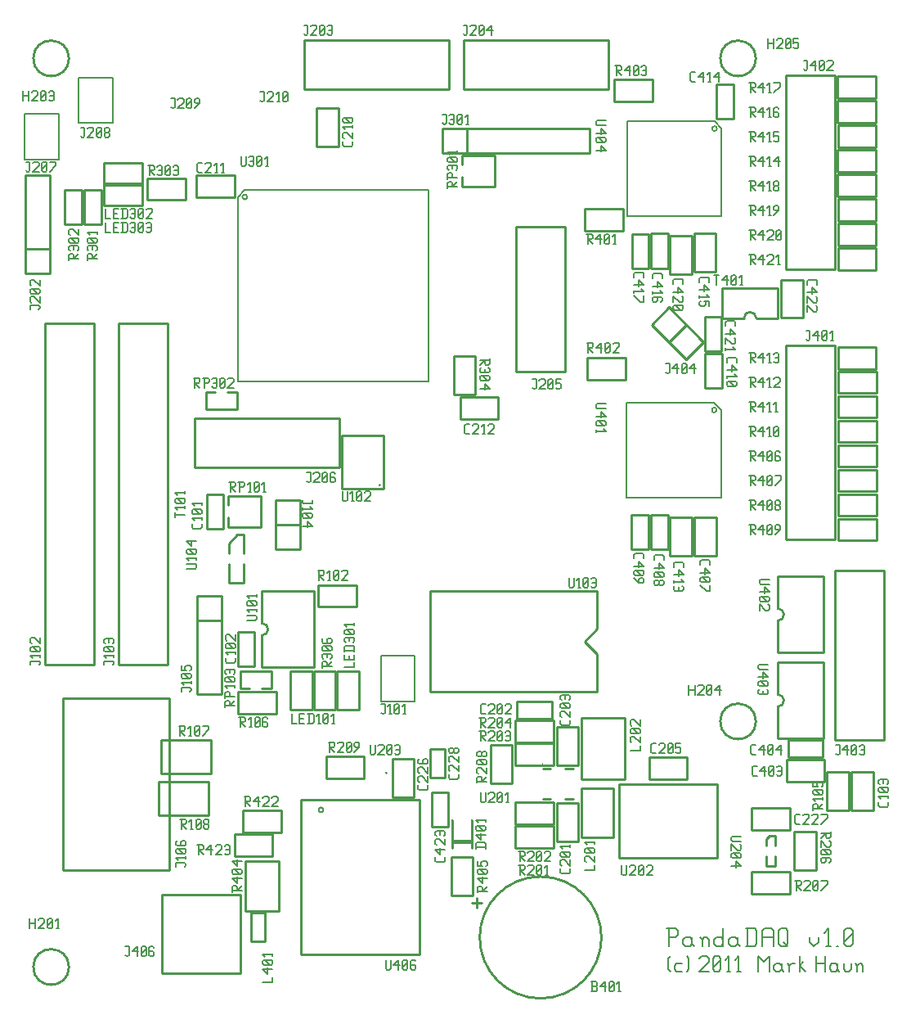
<source format=gbr>
G04 start of page 9 for group -4079 idx -4079 *
G04 Title: (unknown), topsilk *
G04 Creator: pcb 20091103 *
G04 CreationDate: Mon 12 Dec 2011 01:01:08 AM GMT UTC *
G04 For: haunma *
G04 Format: Gerber/RS-274X *
G04 PCB-Dimensions: 360000 400000 *
G04 PCB-Coordinate-Origin: lower left *
%MOIN*%
%FSLAX25Y25*%
%LNFRONTSILK*%
%ADD12C,0.0080*%
%ADD13C,0.0100*%
%ADD114C,0.0050*%
G54D12*X266720Y30760D02*Y23400D01*
X265800Y30760D02*X269480D01*
X270400Y29840D01*
Y28000D01*
X269480Y27080D02*X270400Y28000D01*
X266720Y27080D02*X269480D01*
X275369D02*X276289Y26160D01*
X273529Y27080D02*X275369D01*
X272609Y26160D02*X273529Y27080D01*
X272609Y26160D02*Y24320D01*
X273529Y23400D01*
X276289Y27080D02*Y24320D01*
X277209Y23400D01*
X273529D02*X275369D01*
X276289Y24320D01*
X280339Y26160D02*Y23400D01*
Y26160D02*X281259Y27080D01*
X282179D01*
X283099Y26160D01*
Y23400D01*
X279419Y27080D02*X280339Y26160D01*
X288989Y30760D02*Y23400D01*
X288069D02*X288989Y24320D01*
X286229Y23400D02*X288069D01*
X285309Y24320D02*X286229Y23400D01*
X285309Y26160D02*Y24320D01*
Y26160D02*X286229Y27080D01*
X288069D01*
X288989Y26160D01*
X293959Y27080D02*X294879Y26160D01*
X292119Y27080D02*X293959D01*
X291199Y26160D02*X292119Y27080D01*
X291199Y26160D02*Y24320D01*
X292119Y23400D01*
X294879Y27080D02*Y24320D01*
X295799Y23400D01*
X292119D02*X293959D01*
X294879Y24320D01*
X298929Y30760D02*Y23400D01*
X301689Y30760D02*X302609Y29840D01*
Y24320D01*
X301689Y23400D02*X302609Y24320D01*
X298009Y23400D02*X301689D01*
X298009Y30760D02*X301689D01*
X304819Y29840D02*Y23400D01*
Y29840D02*X305739Y30760D01*
X308499D01*
X309419Y29840D01*
Y23400D01*
X304819Y27080D02*X309419D01*
X311628Y29840D02*Y24320D01*
Y29840D02*X312548Y30760D01*
X314388D01*
X315308Y29840D01*
Y24320D01*
X314388Y23400D02*X315308Y24320D01*
X312548Y23400D02*X314388D01*
X311628Y24320D02*X312548Y23400D01*
X313468Y25240D02*X315308Y23400D01*
X324142Y27080D02*Y25240D01*
X325982Y23400D01*
X327822Y25240D01*
Y27080D02*Y25240D01*
X330952Y23400D02*X332792D01*
X331872Y30760D02*Y23400D01*
X330032Y28920D02*X331872Y30760D01*
X335002Y23400D02*X335922D01*
X338132Y24320D02*X339052Y23400D01*
X338132Y29840D02*Y24320D01*
Y29840D02*X339052Y30760D01*
X340892D01*
X341812Y29840D01*
Y24320D01*
X340892Y23400D02*X341812Y24320D01*
X339052Y23400D02*X340892D01*
X338132Y25240D02*X341812Y28920D01*
X266600Y14005D02*X267355Y13250D01*
X266600Y18535D02*X267355Y19290D01*
X266600Y18535D02*Y14005D01*
X269923Y16270D02*X272188D01*
X269168Y15515D02*X269923Y16270D01*
X269168Y15515D02*Y14005D01*
X269923Y13250D01*
X272188D01*
X274002Y19290D02*X274757Y18535D01*
Y14005D01*
X274002Y13250D02*X274757Y14005D01*
X279288Y18535D02*X280043Y19290D01*
X282308D01*
X283063Y18535D01*
Y17025D01*
X279288Y13250D02*X283063Y17025D01*
X279288Y13250D02*X283063D01*
X284877Y14005D02*X285632Y13250D01*
X284877Y18535D02*Y14005D01*
Y18535D02*X285632Y19290D01*
X287142D01*
X287897Y18535D01*
Y14005D01*
X287142Y13250D02*X287897Y14005D01*
X285632Y13250D02*X287142D01*
X284877Y14760D02*X287897Y17780D01*
X290465Y13250D02*X291975D01*
X291220Y19290D02*Y13250D01*
X289710Y17780D02*X291220Y19290D01*
X294544Y13250D02*X296054D01*
X295299Y19290D02*Y13250D01*
X293789Y17780D02*X295299Y19290D01*
X303303D02*Y13250D01*
Y19290D02*X305568Y17025D01*
X307833Y19290D01*
Y13250D01*
X311912Y16270D02*X312667Y15515D01*
X310402Y16270D02*X311912D01*
X309647Y15515D02*X310402Y16270D01*
X309647Y15515D02*Y14005D01*
X310402Y13250D01*
X312667Y16270D02*Y14005D01*
X313422Y13250D01*
X310402D02*X311912D01*
X312667Y14005D01*
X315990Y15515D02*Y13250D01*
Y15515D02*X316745Y16270D01*
X318255D01*
X315235D02*X315990Y15515D01*
X320069Y19290D02*Y13250D01*
Y15515D02*X322334Y13250D01*
X320069Y15515D02*X321579Y17025D01*
X326865Y19290D02*Y13250D01*
X330640Y19290D02*Y13250D01*
X326865Y16270D02*X330640D01*
X334719D02*X335474Y15515D01*
X333209Y16270D02*X334719D01*
X332454Y15515D02*X333209Y16270D01*
X332454Y15515D02*Y14005D01*
X333209Y13250D01*
X335474Y16270D02*Y14005D01*
X336229Y13250D01*
X333209D02*X334719D01*
X335474Y14005D01*
X338042Y16270D02*Y14005D01*
X338797Y13250D01*
X340307D01*
X341062Y14005D01*
Y16270D02*Y14005D01*
X343631Y15515D02*Y13250D01*
Y15515D02*X344386Y16270D01*
X345141D01*
X345896Y15515D01*
Y13250D01*
X342876Y16270D02*X343631Y15515D01*
G54D13*X351399Y197552D02*Y188648D01*
X335801D02*X351399D01*
X335801Y197552D02*Y188648D01*
Y197552D02*X351399D01*
X231126Y91400D02*X248874D01*
X231126Y116400D02*Y91400D01*
Y116400D02*X248874D01*
Y91400D01*
X274299Y100452D02*Y91548D01*
X258701D02*X274299D01*
X258701Y100452D02*Y91548D01*
Y100452D02*X274299D01*
X287750Y115000D02*G75*G03X287750Y115000I7250J0D01*G01*
X311174Y142934D02*X329826D01*
Y174066D02*Y142934D01*
X311174Y174066D02*X329826D01*
X311174Y156000D02*Y142934D01*
Y174066D02*Y161000D01*
Y156000D02*G75*G03X311174Y161000I0J2500D01*G01*
X334500Y107500D02*X354500D01*
X334500Y176500D02*Y107500D01*
Y176500D02*X354500D01*
Y107500D01*
X311174Y107934D02*X329826D01*
Y139066D02*Y107934D01*
X311174Y139066D02*X329826D01*
X311174Y121000D02*Y107934D01*
Y139066D02*Y126000D01*
Y121000D02*G75*G03X311174Y126000I0J2500D01*G01*
X331248Y94399D02*X340152D01*
Y78801D01*
X331248D02*X340152D01*
X331248Y94399D02*Y78801D01*
X315489Y100532D02*Y107468D01*
X329511D01*
Y100532D01*
X315489D01*
X314701Y90548D02*Y99452D01*
X330299D01*
Y90548D01*
X314701D01*
X341248Y94399D02*X350152D01*
Y78801D01*
X341248D02*X350152D01*
X341248Y94399D02*Y78801D01*
X251708Y313597D02*X258644D01*
Y299575D01*
X251708D02*X258644D01*
X251708Y313597D02*Y299575D01*
X259532Y313611D02*X266468D01*
Y299589D01*
X259532D02*X266468D01*
X259532Y313611D02*Y299589D01*
X267148Y312699D02*X276052D01*
Y297101D01*
X267148D02*X276052D01*
X267148Y312699D02*Y297101D01*
X277048Y313599D02*X285952D01*
Y298001D01*
X277048D02*X285952D01*
X277048Y313599D02*Y298001D01*
X351319Y307652D02*Y298748D01*
X335721D02*X351319D01*
X335721Y307652D02*Y298748D01*
Y307652D02*X351319D01*
X351259Y317659D02*Y308755D01*
X335661D02*X351259D01*
X335661Y317659D02*Y308755D01*
Y317659D02*X351259D01*
Y327659D02*Y318755D01*
X335661D02*X351259D01*
X335661Y327659D02*Y318755D01*
Y327659D02*X351259D01*
X314400Y299100D02*X334400D01*
X314400Y378100D02*Y299100D01*
Y378100D02*X334400D01*
Y299100D01*
X335561Y368741D02*Y377645D01*
X351159D01*
Y368741D01*
X335561D01*
X335641Y338741D02*Y347645D01*
X351239D01*
Y338741D01*
X335641D01*
X335661Y348741D02*Y357645D01*
X351259D01*
Y348741D01*
X335661D01*
X335601Y358748D02*Y367652D01*
X351199D01*
Y358748D01*
X335601D01*
X351253Y337659D02*Y328755D01*
X335655D02*X351253D01*
X335655Y337659D02*Y328755D01*
Y337659D02*X351253D01*
X312448Y294899D02*X321352D01*
Y279301D01*
X312448D02*X321352D01*
X312448Y294899D02*Y279301D01*
X302400Y279200D02*X311100D01*
X288600D02*X297400D01*
X288600Y291400D02*Y279200D01*
Y291400D02*X311100D01*
Y279200D01*
X302400D02*G75*G03X297400Y279200I-2500J0D01*G01*
G54D12*X288185Y241785D02*Y206115D01*
X249615D02*X288185D01*
X249615Y244685D02*Y206115D01*
Y244685D02*X285285D01*
X288185Y241785D01*
X285285Y242785D02*G75*G03X285285Y242785I0J-1000D01*G01*
G54D13*X259425Y198971D02*X266361D01*
Y184949D01*
X259425D02*X266361D01*
X259425Y198971D02*Y184949D01*
X251632Y199011D02*X258568D01*
Y184989D01*
X251632D02*X258568D01*
X251632Y199011D02*Y184989D01*
X335741Y238655D02*Y247559D01*
X351339D01*
Y238655D01*
X335741D01*
X351359Y207545D02*Y198641D01*
X335761D02*X351359D01*
X335761Y207545D02*Y198641D01*
Y207545D02*X351359D01*
X351339Y227545D02*Y218641D01*
X335741D02*X351339D01*
X335741Y227545D02*Y218641D01*
Y227545D02*X351339D01*
X335761Y228655D02*Y237559D01*
X351359D01*
Y228655D01*
X335761D01*
X351359Y217545D02*Y208641D01*
X335761D02*X351359D01*
X335761Y217545D02*Y208641D01*
Y217545D02*X351359D01*
X314400Y189000D02*X334400D01*
X314400Y268000D02*Y189000D01*
Y268000D02*X334400D01*
Y189000D01*
X335681Y258569D02*Y267473D01*
X351279D01*
Y258569D01*
X335681D01*
X335741Y248641D02*Y257545D01*
X351339D01*
Y248641D01*
X335741D01*
X233401Y254248D02*Y263152D01*
X248999D01*
Y254248D01*
X233401D01*
X7750Y15000D02*G75*G03X7750Y15000I7250J0D01*G01*
X60300Y12300D02*Y44300D01*
X92300D01*
Y12300D01*
X60300D01*
X94286Y37739D02*X107914D01*
X94286Y58061D02*Y37739D01*
Y58061D02*X107914D01*
Y37739D01*
X91141Y118255D02*Y127159D01*
X106739D01*
Y118255D01*
X91141D01*
X112648Y135299D02*X121552D01*
Y119701D01*
X112648D02*X121552D01*
X112648Y135299D02*Y119701D01*
X104754Y135466D02*Y128348D01*
X92126Y135466D02*X104754D01*
X92126D02*Y128348D01*
X100940D02*X104754D01*
X92126D02*X95940D01*
X170032Y71989D02*X176968D01*
X170032Y86011D02*Y71989D01*
Y86011D02*X176968D01*
Y71989D01*
X169623Y103830D02*X175377D01*
Y92170D01*
X169623D02*X175377D01*
X169623Y103830D02*Y92170D01*
X178600Y63400D03*
Y74600D02*Y63400D01*
Y74600D03*
X186400Y63400D03*
Y74600D02*Y63400D01*
Y74600D03*
X178600Y65850D02*X186400D01*
X178600Y66350D02*X186400D01*
G54D114*X151809Y94074D02*G75*G03X151809Y94074I-250J0D01*G01*
G54D13*X89701Y60248D02*Y69152D01*
X105299D01*
Y60248D01*
X89701D01*
X93301Y69848D02*Y78752D01*
X108899D01*
Y69848D01*
X93301D01*
X79161Y90514D02*Y76886D01*
X58839D02*X79161D01*
X58839Y90514D02*Y76886D01*
Y90514D02*X79161D01*
X194048Y89701D02*X202952D01*
X194048Y105299D02*Y89701D01*
Y105299D02*X202952D01*
Y89701D01*
X127001Y91848D02*Y100752D01*
X142599D01*
Y91848D01*
X127001D01*
X80161Y107314D02*Y93686D01*
X59839D02*X80161D01*
X59839Y107314D02*Y93686D01*
Y107314D02*X80161D01*
X63248Y124500D02*Y54500D01*
X19941Y124500D02*Y54500D01*
Y124500D02*X63248D01*
X19941Y54500D02*X63248D01*
X42500Y138000D02*X62500D01*
X42500Y277000D02*Y138000D01*
Y277000D02*X62500D01*
Y138000D01*
X132400Y238500D02*Y218500D01*
X73400D02*X132400D01*
X73400Y238500D02*Y218500D01*
Y238500D02*X132400D01*
X78086Y249159D02*Y242041D01*
X90714D01*
Y249159D01*
X78086D02*X81900D01*
X90714D02*X86900D01*
X133420Y209857D02*X150380D01*
X133420Y231543D02*Y209857D01*
Y231543D02*X150380D01*
Y209857D01*
G54D114*X148900Y210950D02*G75*G03X148900Y210950I0J250D01*G01*
G54D13*X123779Y161630D02*Y170534D01*
X139377D01*
Y161630D01*
X123779D01*
X131548Y135299D02*X140452D01*
Y119701D01*
X131548D02*X140452D01*
X131548Y135299D02*Y119701D01*
X91032Y151511D02*X97968D01*
Y137489D01*
X91032D02*X97968D01*
X91032Y151511D02*Y137489D01*
X100894Y136934D02*X122106D01*
Y168066D02*Y136934D01*
X100894Y168066D02*X122106D01*
X100894Y150000D02*Y136934D01*
Y168066D02*Y155000D01*
Y150000D02*G75*G03X100894Y155000I0J2500D01*G01*
X87338Y183389D02*Y187439D01*
X90938Y191039D01*
X93538D01*
Y183389D01*
X87338Y178989D02*Y171339D01*
X93538D01*
Y178989D01*
X74338Y166189D02*Y126189D01*
X84338D01*
Y166189D01*
X74338D01*
Y156189D02*X84338D01*
Y166189D01*
X106338Y205189D02*Y185189D01*
X116338D01*
Y205189D01*
X106338D01*
Y195189D02*X116338D01*
Y205189D01*
X116984Y82996D02*X165016D01*
X116984Y20004D02*X165016D01*
Y82996D02*Y20004D01*
X116984Y82996D02*Y20004D01*
G54D12*X126000Y79000D02*G75*G03X126000Y79000I-1000J0D01*G01*
G54D13*X178048Y44201D02*X186952D01*
X178048Y59799D02*Y44201D01*
Y59799D02*X186952D01*
Y44201D01*
X96523Y25470D02*X102277D01*
X96523Y37130D02*Y25470D01*
Y37130D02*X102277D01*
Y25470D01*
X188500Y39000D02*Y43000D01*
X186500Y41000D02*X190500D01*
X189697Y27000D02*G75*G03X189697Y27000I24803J0D01*G01*
X286401Y89441D02*Y59559D01*
X246599D02*X286401D01*
X246599Y89441D02*Y59559D01*
Y89441D02*X286401D01*
X231088Y87900D02*X244112D01*
Y67900D01*
X231088D02*X244112D01*
X231088Y87900D02*Y67900D01*
X219799Y81952D02*Y73048D01*
X204201D02*X219799D01*
X204201Y81952D02*Y73048D01*
Y81952D02*X219799D01*
X204201Y63548D02*Y72452D01*
X219799D01*
Y63548D01*
X204201D01*
X221048Y66201D02*X229952D01*
X221048Y81799D02*Y66201D01*
Y81799D02*X229952D01*
Y66201D01*
X316059Y53745D02*Y44841D01*
X300461D02*X316059D01*
X300461Y53745D02*Y44841D01*
Y53745D02*X316059D01*
X306510Y67168D02*Y64493D01*
Y67168D02*X307735Y68393D01*
X310010D01*
Y64493D01*
X306510Y60093D02*Y56193D01*
X310010D01*
Y60093D02*Y56193D01*
X317808Y70092D02*X326712D01*
Y54494D01*
X317808D02*X326712D01*
X317808Y70092D02*Y54494D01*
X300461Y79745D02*Y70841D01*
Y79745D02*X316059D01*
Y70841D01*
X300461D02*X316059D01*
X174500Y346500D02*X234500D01*
Y356500D02*Y346500D01*
X174500Y356500D02*X234500D01*
X174500D02*Y346500D01*
X184500Y356500D02*Y346500D01*
X174500Y356500D02*X184500D01*
X118000Y372500D02*Y392500D01*
X177000D01*
Y372500D01*
X118000D01*
X182392Y332786D02*X195808D01*
Y345414D02*Y332786D01*
X182392Y345414D02*X195808D01*
X182392Y336600D02*Y332786D01*
Y345414D02*Y341600D01*
X183000Y372500D02*Y392500D01*
X242000D01*
Y372500D01*
X183000D01*
X123148Y349101D02*X132052D01*
X123148Y364699D02*Y349101D01*
Y364699D02*X132052D01*
Y349101D01*
X281332Y265889D02*X288268D01*
X281332Y279911D02*Y265889D01*
Y279911D02*X288268D01*
Y265889D01*
X266828Y283642D02*X280971Y269500D01*
X266828Y283642D02*X259757Y276571D01*
X273900Y262429D01*
X280971Y269500D02*X273900Y262429D01*
Y276571D02*X266828Y269500D01*
X273900Y262429D01*
X232401Y314748D02*Y323652D01*
X247999D01*
Y314748D01*
X232401D01*
G54D12*X288285Y356385D02*Y320715D01*
X249715D02*X288285D01*
X249715Y359285D02*Y320715D01*
Y359285D02*X285385D01*
X288285Y356385D01*
X285385Y357385D02*G75*G03X285385Y357385I0J-1000D01*G01*
G54D13*X287750Y385000D02*G75*G03X287750Y385000I7250J0D01*G01*
X286132Y360289D02*X293068D01*
X286132Y374311D02*Y360289D01*
Y374311D02*X293068D01*
Y360289D01*
X260199Y376352D02*Y367448D01*
X244601D02*X260199D01*
X244601Y376352D02*Y367448D01*
Y376352D02*X260199D01*
X204500Y316500D02*X224500D01*
Y257500D01*
X204500D02*X224500D01*
X204500Y316500D02*Y257500D01*
G54D12*X93930Y331470D02*X168970D01*
Y253530D01*
X91030D02*X168970D01*
X91030Y328570D02*Y253530D01*
Y328570D02*X93930Y331470D01*
X92930Y328570D02*G75*G03X92930Y328570I1000J0D01*G01*
G54D13*X28532Y331411D02*X35468D01*
Y317389D01*
X28532D02*X35468D01*
X28532Y331411D02*Y317389D01*
X52099Y334152D02*Y325248D01*
X36501D02*X52099D01*
X36501Y334152D02*Y325248D01*
Y334152D02*X52099D01*
Y342352D02*Y333448D01*
X36501D02*X52099D01*
X36501Y342352D02*Y333448D01*
Y342352D02*X52099D01*
X89799Y337452D02*Y328548D01*
X74201D02*X89799D01*
X74201Y337452D02*Y328548D01*
Y337452D02*X89799D01*
X69899Y336252D02*Y327348D01*
X54301D02*X69899D01*
X54301Y336252D02*Y327348D01*
Y336252D02*X69899D01*
G54D12*X40000Y377200D02*Y358600D01*
X26300Y377200D02*Y358600D01*
Y377200D02*X40000D01*
X26300Y358600D02*X40000D01*
G54D13*X7750Y385000D02*G75*G03X7750Y385000I7250J0D01*G01*
X12500Y138000D02*X32500D01*
X12500Y277000D02*Y138000D01*
Y277000D02*X32500D01*
Y138000D01*
X14500Y337500D02*Y297500D01*
X4500Y337500D02*X14500D01*
X4500D02*Y297500D01*
X14500D01*
X4500Y307500D02*X14500D01*
X4500D02*Y297500D01*
G54D12*X18000Y362300D02*Y343700D01*
X4300Y362300D02*Y343700D01*
Y362300D02*X18000D01*
X4300Y343700D02*X18000D01*
G54D13*X20532Y331411D02*X27468D01*
Y317389D01*
X20532D02*X27468D01*
X20532Y331411D02*Y317389D01*
X277148Y198099D02*X286052D01*
Y182501D01*
X277148D02*X286052D01*
X277148Y198099D02*Y182501D01*
X281632Y250889D02*X288568D01*
X281632Y264911D02*Y250889D01*
Y264911D02*X288568D01*
Y250889D01*
X267248Y198099D02*X276152D01*
Y182501D01*
X267248D02*X276152D01*
X267248Y198099D02*Y182501D01*
X78370Y193529D02*X85306D01*
X78370Y207551D02*Y193529D01*
Y207551D02*X85306D01*
Y193529D01*
X87204Y194120D02*X100620D01*
Y206748D02*Y194120D01*
X87204Y206748D02*X100620D01*
X87204Y197934D02*Y194120D01*
Y206748D02*Y202934D01*
X179048Y263799D02*X187952D01*
Y248201D01*
X179048D02*X187952D01*
X179048Y263799D02*Y248201D01*
X181701Y238048D02*Y246952D01*
X197299D01*
Y238048D01*
X181701D01*
X218497Y83324D02*X215332D01*
X224567D02*X227732D01*
X218497Y95772D02*X215332D01*
X224567D02*X227732D01*
G54D12*X215232Y97772D02*G75*G03X215232Y97772I100J0D01*G01*
G54D13*X221048Y112799D02*X229952D01*
Y97201D01*
X221048D02*X229952D01*
X221048Y112799D02*Y97201D01*
X219011Y122968D02*Y116032D01*
X204989D02*X219011D01*
X204989Y122968D02*Y116032D01*
Y122968D02*X219011D01*
X169500Y168000D02*X237500D01*
X169500D02*Y127000D01*
X237500D01*
Y142375D02*Y127000D01*
Y142375D02*X232375Y147500D01*
X237500Y152625D01*
Y168000D02*Y152625D01*
G54D12*X163200Y141800D02*Y123200D01*
X149500Y141800D02*Y123200D01*
Y141800D02*X163200D01*
X149500Y123200D02*X163200D01*
G54D13*X122048Y119701D02*X130952D01*
X122048Y135299D02*Y119701D01*
Y135299D02*X130952D01*
Y119701D01*
X219799Y105952D02*Y97048D01*
X204201D02*X219799D01*
X204201Y105952D02*Y97048D01*
Y105952D02*X219799D01*
X154048Y84201D02*X162952D01*
X154048Y99799D02*Y84201D01*
Y99799D02*X162952D01*
Y84201D01*
X204201Y106548D02*Y115452D01*
X219799D01*
Y106548D01*
X204201D01*
G54D12*X260737Y182160D02*Y180660D01*
X261237Y182660D02*X260737Y182160D01*
X261237Y182660D02*X264237D01*
X264737Y182160D01*
Y180660D01*
X262737Y179459D02*X264737Y177459D01*
X262737Y179459D02*Y176959D01*
X260737Y177459D02*X264737D01*
X261237Y175758D02*X260737Y175258D01*
X261237Y175758D02*X264237D01*
X264737Y175258D01*
Y174258D01*
X264237Y173758D01*
X261237D02*X264237D01*
X260737Y174258D02*X261237Y173758D01*
X260737Y175258D02*Y174258D01*
X261737Y175758D02*X263737Y173758D01*
X261237Y172557D02*X260737Y172057D01*
X261237Y172557D02*X262237D01*
X262737Y172057D01*
Y171057D01*
X262237Y170557D01*
X261237D02*X262237D01*
X260737Y171057D02*X261237Y170557D01*
X260737Y172057D02*Y171057D01*
X263237Y172557D02*X262737Y172057D01*
X263237Y172557D02*X264237D01*
X264737Y172057D01*
Y171057D01*
X264237Y170557D01*
X263237D02*X264237D01*
X262737Y171057D02*X263237Y170557D01*
X252637Y182911D02*Y181411D01*
X253137Y183411D02*X252637Y182911D01*
X253137Y183411D02*X256137D01*
X256637Y182911D01*
Y181411D01*
X254637Y180210D02*X256637Y178210D01*
X254637Y180210D02*Y177710D01*
X252637Y178210D02*X256637D01*
X253137Y176509D02*X252637Y176009D01*
X253137Y176509D02*X256137D01*
X256637Y176009D01*
Y175009D01*
X256137Y174509D01*
X253137D02*X256137D01*
X252637Y175009D02*X253137Y174509D01*
X252637Y176009D02*Y175009D01*
X253637Y176509D02*X255637Y174509D01*
X252637Y173308D02*X254637Y171308D01*
X256137D01*
X256637Y171808D02*X256137Y171308D01*
X256637Y172808D02*Y171808D01*
X256137Y173308D02*X256637Y172808D01*
X255137Y173308D02*X256137D01*
X255137D02*X254637Y172808D01*
Y171308D01*
X279521Y180099D02*Y178599D01*
X280021Y180599D02*X279521Y180099D01*
X280021Y180599D02*X283021D01*
X283521Y180099D01*
Y178599D01*
X281521Y177398D02*X283521Y175398D01*
X281521Y177398D02*Y174898D01*
X279521Y175398D02*X283521D01*
X280021Y173697D02*X279521Y173197D01*
X280021Y173697D02*X283021D01*
X283521Y173197D01*
Y172197D01*
X283021Y171697D01*
X280021D02*X283021D01*
X279521Y172197D02*X280021Y171697D01*
X279521Y173197D02*Y172197D01*
X280521Y173697D02*X282521Y171697D01*
X279521Y170496D02*X282021Y167996D01*
X283521D01*
Y170496D02*Y167996D01*
X299500Y195000D02*X301500D01*
X302000Y194500D01*
Y193500D01*
X301500Y193000D02*X302000Y193500D01*
X300000Y193000D02*X301500D01*
X300000Y195000D02*Y191000D01*
Y193000D02*X302000Y191000D01*
X303201Y193000D02*X305201Y195000D01*
X303201Y193000D02*X305701D01*
X305201Y195000D02*Y191000D01*
X306902Y191500D02*X307402Y191000D01*
X306902Y194500D02*Y191500D01*
Y194500D02*X307402Y195000D01*
X308402D01*
X308902Y194500D01*
Y191500D01*
X308402Y191000D02*X308902Y191500D01*
X307402Y191000D02*X308402D01*
X306902Y192000D02*X308902Y194000D01*
X310103Y191000D02*X312103Y193000D01*
Y194500D02*Y193000D01*
X311603Y195000D02*X312103Y194500D01*
X310603Y195000D02*X311603D01*
X310103Y194500D02*X310603Y195000D01*
X310103Y194500D02*Y193500D01*
X310603Y193000D01*
X312103D01*
X299500Y205000D02*X301500D01*
X302000Y204500D01*
Y203500D01*
X301500Y203000D02*X302000Y203500D01*
X300000Y203000D02*X301500D01*
X300000Y205000D02*Y201000D01*
Y203000D02*X302000Y201000D01*
X303201Y203000D02*X305201Y205000D01*
X303201Y203000D02*X305701D01*
X305201Y205000D02*Y201000D01*
X306902Y201500D02*X307402Y201000D01*
X306902Y204500D02*Y201500D01*
Y204500D02*X307402Y205000D01*
X308402D01*
X308902Y204500D01*
Y201500D01*
X308402Y201000D02*X308902Y201500D01*
X307402Y201000D02*X308402D01*
X306902Y202000D02*X308902Y204000D01*
X310103Y201500D02*X310603Y201000D01*
X310103Y202500D02*Y201500D01*
Y202500D02*X310603Y203000D01*
X311603D01*
X312103Y202500D01*
Y201500D01*
X311603Y201000D02*X312103Y201500D01*
X310603Y201000D02*X311603D01*
X310103Y203500D02*X310603Y203000D01*
X310103Y204500D02*Y203500D01*
Y204500D02*X310603Y205000D01*
X311603D01*
X312103Y204500D01*
Y203500D01*
X311603Y203000D02*X312103Y203500D01*
X268721Y179299D02*Y177799D01*
X269221Y179799D02*X268721Y179299D01*
X269221Y179799D02*X272221D01*
X272721Y179299D01*
Y177799D01*
X270721Y176598D02*X272721Y174598D01*
X270721Y176598D02*Y174098D01*
X268721Y174598D02*X272721D01*
X268721Y172397D02*Y171397D01*
Y171897D02*X272721D01*
X271721Y172897D02*X272721Y171897D01*
X272221Y170196D02*X272721Y169696D01*
Y168696D01*
X272221Y168196D01*
X269221D02*X272221D01*
X268721Y168696D02*X269221Y168196D01*
X268721Y169696D02*Y168696D01*
X269221Y170196D02*X268721Y169696D01*
X270721D02*Y168196D01*
X237600Y244300D02*X241100D01*
X237600D02*X237100Y243800D01*
Y242800D01*
X237600Y242300D01*
X241100D01*
X239100Y241099D02*X241100Y239099D01*
X239100Y241099D02*Y238599D01*
X237100Y239099D02*X241100D01*
X237600Y237398D02*X237100Y236898D01*
X237600Y237398D02*X240600D01*
X241100Y236898D01*
Y235898D01*
X240600Y235398D01*
X237600D02*X240600D01*
X237100Y235898D02*X237600Y235398D01*
X237100Y236898D02*Y235898D01*
X238100Y237398D02*X240100Y235398D01*
X237100Y233697D02*Y232697D01*
Y233197D02*X241100D01*
X240100Y234197D02*X241100Y233197D01*
X290400Y262700D02*Y261200D01*
X290900Y263200D02*X290400Y262700D01*
X290900Y263200D02*X293900D01*
X294400Y262700D01*
Y261200D01*
X292400Y259999D02*X294400Y257999D01*
X292400Y259999D02*Y257499D01*
X290400Y257999D02*X294400D01*
X290400Y255798D02*Y254798D01*
Y255298D02*X294400D01*
X293400Y256298D02*X294400Y255298D01*
X290900Y253597D02*X290400Y253097D01*
X290900Y253597D02*X293900D01*
X294400Y253097D01*
Y252097D01*
X293900Y251597D01*
X290900D02*X293900D01*
X290400Y252097D02*X290900Y251597D01*
X290400Y253097D02*Y252097D01*
X291400Y253597D02*X293400Y251597D01*
X265600Y260600D02*X267100D01*
Y257100D01*
X266600Y256600D02*X267100Y257100D01*
X266100Y256600D02*X266600D01*
X265600Y257100D02*X266100Y256600D01*
X268301Y258600D02*X270301Y260600D01*
X268301Y258600D02*X270801D01*
X270301Y260600D02*Y256600D01*
X272002Y257100D02*X272502Y256600D01*
X272002Y260100D02*Y257100D01*
Y260100D02*X272502Y260600D01*
X273502D01*
X274002Y260100D01*
Y257100D01*
X273502Y256600D02*X274002Y257100D01*
X272502Y256600D02*X273502D01*
X272002Y257600D02*X274002Y259600D01*
X275203Y258600D02*X277203Y260600D01*
X275203Y258600D02*X277703D01*
X277203Y260600D02*Y256600D01*
X304300Y172800D02*X307800D01*
X304300D02*X303800Y172300D01*
Y171300D01*
X304300Y170800D01*
X307800D01*
X305800Y169599D02*X307800Y167599D01*
X305800Y169599D02*Y167099D01*
X303800Y167599D02*X307800D01*
X304300Y165898D02*X303800Y165398D01*
X304300Y165898D02*X307300D01*
X307800Y165398D01*
Y164398D01*
X307300Y163898D01*
X304300D02*X307300D01*
X303800Y164398D02*X304300Y163898D01*
X303800Y165398D02*Y164398D01*
X304800Y165898D02*X306800Y163898D01*
X307300Y162697D02*X307800Y162197D01*
Y160697D01*
X307300Y160197D01*
X306300D02*X307300D01*
X303800Y162697D02*X306300Y160197D01*
X303800Y162697D02*Y160197D01*
X303700Y138200D02*X307200D01*
X303700D02*X303200Y137700D01*
Y136700D01*
X303700Y136200D01*
X307200D01*
X305200Y134999D02*X307200Y132999D01*
X305200Y134999D02*Y132499D01*
X303200Y132999D02*X307200D01*
X303700Y131298D02*X303200Y130798D01*
X303700Y131298D02*X306700D01*
X307200Y130798D01*
Y129798D01*
X306700Y129298D01*
X303700D02*X306700D01*
X303200Y129798D02*X303700Y129298D01*
X303200Y130798D02*Y129798D01*
X304200Y131298D02*X306200Y129298D01*
X306700Y128097D02*X307200Y127597D01*
Y126597D01*
X306700Y126097D01*
X303700D02*X306700D01*
X303200Y126597D02*X303700Y126097D01*
X303200Y127597D02*Y126597D01*
X303700Y128097D02*X303200Y127597D01*
X305200D02*Y126097D01*
X274900Y129900D02*Y125900D01*
X277400Y129900D02*Y125900D01*
X274900Y127900D02*X277400D01*
X278601Y129400D02*X279101Y129900D01*
X280601D01*
X281101Y129400D01*
Y128400D01*
X278601Y125900D02*X281101Y128400D01*
X278601Y125900D02*X281101D01*
X282302Y126400D02*X282802Y125900D01*
X282302Y129400D02*Y126400D01*
Y129400D02*X282802Y129900D01*
X283802D01*
X284302Y129400D01*
Y126400D01*
X283802Y125900D02*X284302Y126400D01*
X282802Y125900D02*X283802D01*
X282302Y126900D02*X284302Y128900D01*
X285503Y127900D02*X287503Y129900D01*
X285503Y127900D02*X288003D01*
X287503Y129900D02*Y125900D01*
X226000Y173500D02*Y170000D01*
X226500Y169500D01*
X227500D01*
X228000Y170000D01*
Y173500D02*Y170000D01*
X229701Y169500D02*X230701D01*
X230201Y173500D02*Y169500D01*
X229201Y172500D02*X230201Y173500D01*
X231902Y170000D02*X232402Y169500D01*
X231902Y173000D02*Y170000D01*
Y173000D02*X232402Y173500D01*
X233402D01*
X233902Y173000D01*
Y170000D01*
X233402Y169500D02*X233902Y170000D01*
X232402Y169500D02*X233402D01*
X231902Y170500D02*X233902Y172500D01*
X235103Y173000D02*X235603Y173500D01*
X236603D01*
X237103Y173000D01*
Y170000D01*
X236603Y169500D02*X237103Y170000D01*
X235603Y169500D02*X236603D01*
X235103Y170000D02*X235603Y169500D01*
Y171500D02*X237103D01*
X299500Y245000D02*X301500D01*
X302000Y244500D01*
Y243500D01*
X301500Y243000D02*X302000Y243500D01*
X300000Y243000D02*X301500D01*
X300000Y245000D02*Y241000D01*
Y243000D02*X302000Y241000D01*
X303201Y243000D02*X305201Y245000D01*
X303201Y243000D02*X305701D01*
X305201Y245000D02*Y241000D01*
X307402D02*X308402D01*
X307902Y245000D02*Y241000D01*
X306902Y244000D02*X307902Y245000D01*
X310103Y241000D02*X311103D01*
X310603Y245000D02*Y241000D01*
X309603Y244000D02*X310603Y245000D01*
X299500Y225000D02*X301500D01*
X302000Y224500D01*
Y223500D01*
X301500Y223000D02*X302000Y223500D01*
X300000Y223000D02*X301500D01*
X300000Y225000D02*Y221000D01*
Y223000D02*X302000Y221000D01*
X303201Y223000D02*X305201Y225000D01*
X303201Y223000D02*X305701D01*
X305201Y225000D02*Y221000D01*
X306902Y221500D02*X307402Y221000D01*
X306902Y224500D02*Y221500D01*
Y224500D02*X307402Y225000D01*
X308402D01*
X308902Y224500D01*
Y221500D01*
X308402Y221000D02*X308902Y221500D01*
X307402Y221000D02*X308402D01*
X306902Y222000D02*X308902Y224000D01*
X311603Y225000D02*X312103Y224500D01*
X310603Y225000D02*X311603D01*
X310103Y224500D02*X310603Y225000D01*
X310103Y224500D02*Y221500D01*
X310603Y221000D01*
X311603Y223000D02*X312103Y222500D01*
X310103Y223000D02*X311603D01*
X310603Y221000D02*X311603D01*
X312103Y221500D01*
Y222500D02*Y221500D01*
X299500Y235000D02*X301500D01*
X302000Y234500D01*
Y233500D01*
X301500Y233000D02*X302000Y233500D01*
X300000Y233000D02*X301500D01*
X300000Y235000D02*Y231000D01*
Y233000D02*X302000Y231000D01*
X303201Y233000D02*X305201Y235000D01*
X303201Y233000D02*X305701D01*
X305201Y235000D02*Y231000D01*
X307402D02*X308402D01*
X307902Y235000D02*Y231000D01*
X306902Y234000D02*X307902Y235000D01*
X309603Y231500D02*X310103Y231000D01*
X309603Y234500D02*Y231500D01*
Y234500D02*X310103Y235000D01*
X311103D01*
X311603Y234500D01*
Y231500D01*
X311103Y231000D02*X311603Y231500D01*
X310103Y231000D02*X311103D01*
X309603Y232000D02*X311603Y234000D01*
X299500Y255000D02*X301500D01*
X302000Y254500D01*
Y253500D01*
X301500Y253000D02*X302000Y253500D01*
X300000Y253000D02*X301500D01*
X300000Y255000D02*Y251000D01*
Y253000D02*X302000Y251000D01*
X303201Y253000D02*X305201Y255000D01*
X303201Y253000D02*X305701D01*
X305201Y255000D02*Y251000D01*
X307402D02*X308402D01*
X307902Y255000D02*Y251000D01*
X306902Y254000D02*X307902Y255000D01*
X309603Y254500D02*X310103Y255000D01*
X311603D01*
X312103Y254500D01*
Y253500D01*
X309603Y251000D02*X312103Y253500D01*
X309603Y251000D02*X312103D01*
X299500Y215000D02*X301500D01*
X302000Y214500D01*
Y213500D01*
X301500Y213000D02*X302000Y213500D01*
X300000Y213000D02*X301500D01*
X300000Y215000D02*Y211000D01*
Y213000D02*X302000Y211000D01*
X303201Y213000D02*X305201Y215000D01*
X303201Y213000D02*X305701D01*
X305201Y215000D02*Y211000D01*
X306902Y211500D02*X307402Y211000D01*
X306902Y214500D02*Y211500D01*
Y214500D02*X307402Y215000D01*
X308402D01*
X308902Y214500D01*
Y211500D01*
X308402Y211000D02*X308902Y211500D01*
X307402Y211000D02*X308402D01*
X306902Y212000D02*X308902Y214000D01*
X310103Y211000D02*X312603Y213500D01*
Y215000D02*Y213500D01*
X310103Y215000D02*X312603D01*
X299500Y305000D02*X301500D01*
X302000Y304500D01*
Y303500D01*
X301500Y303000D02*X302000Y303500D01*
X300000Y303000D02*X301500D01*
X300000Y305000D02*Y301000D01*
Y303000D02*X302000Y301000D01*
X303201Y303000D02*X305201Y305000D01*
X303201Y303000D02*X305701D01*
X305201Y305000D02*Y301000D01*
X306902Y304500D02*X307402Y305000D01*
X308902D01*
X309402Y304500D01*
Y303500D01*
X306902Y301000D02*X309402Y303500D01*
X306902Y301000D02*X309402D01*
X311103D02*X312103D01*
X311603Y305000D02*Y301000D01*
X310603Y304000D02*X311603Y305000D01*
X299500Y315000D02*X301500D01*
X302000Y314500D01*
Y313500D01*
X301500Y313000D02*X302000Y313500D01*
X300000Y313000D02*X301500D01*
X300000Y315000D02*Y311000D01*
Y313000D02*X302000Y311000D01*
X303201Y313000D02*X305201Y315000D01*
X303201Y313000D02*X305701D01*
X305201Y315000D02*Y311000D01*
X306902Y314500D02*X307402Y315000D01*
X308902D01*
X309402Y314500D01*
Y313500D01*
X306902Y311000D02*X309402Y313500D01*
X306902Y311000D02*X309402D01*
X310603Y311500D02*X311103Y311000D01*
X310603Y314500D02*Y311500D01*
Y314500D02*X311103Y315000D01*
X312103D01*
X312603Y314500D01*
Y311500D01*
X312103Y311000D02*X312603Y311500D01*
X311103Y311000D02*X312103D01*
X310603Y312000D02*X312603Y314000D01*
X299500Y325000D02*X301500D01*
X302000Y324500D01*
Y323500D01*
X301500Y323000D02*X302000Y323500D01*
X300000Y323000D02*X301500D01*
X300000Y325000D02*Y321000D01*
Y323000D02*X302000Y321000D01*
X303201Y323000D02*X305201Y325000D01*
X303201Y323000D02*X305701D01*
X305201Y325000D02*Y321000D01*
X307402D02*X308402D01*
X307902Y325000D02*Y321000D01*
X306902Y324000D02*X307902Y325000D01*
X309603Y321000D02*X311603Y323000D01*
Y324500D02*Y323000D01*
X311103Y325000D02*X311603Y324500D01*
X310103Y325000D02*X311103D01*
X309603Y324500D02*X310103Y325000D01*
X309603Y324500D02*Y323500D01*
X310103Y323000D01*
X311603D01*
X233200Y313300D02*X235200D01*
X235700Y312800D01*
Y311800D01*
X235200Y311300D02*X235700Y311800D01*
X233700Y311300D02*X235200D01*
X233700Y313300D02*Y309300D01*
Y311300D02*X235700Y309300D01*
X236901Y311300D02*X238901Y313300D01*
X236901Y311300D02*X239401D01*
X238901Y313300D02*Y309300D01*
X240602Y309800D02*X241102Y309300D01*
X240602Y312800D02*Y309800D01*
Y312800D02*X241102Y313300D01*
X242102D01*
X242602Y312800D01*
Y309800D01*
X242102Y309300D02*X242602Y309800D01*
X241102Y309300D02*X242102D01*
X240602Y310300D02*X242602Y312300D01*
X244303Y309300D02*X245303D01*
X244803Y313300D02*Y309300D01*
X243803Y312300D02*X244803Y313300D01*
X252513Y297397D02*Y295897D01*
X253013Y297897D02*X252513Y297397D01*
X253013Y297897D02*X256013D01*
X256513Y297397D01*
Y295897D01*
X254513Y294696D02*X256513Y292696D01*
X254513Y294696D02*Y292196D01*
X252513Y292696D02*X256513D01*
X252513Y290495D02*Y289495D01*
Y289995D02*X256513D01*
X255513Y290995D02*X256513Y289995D01*
X252513Y288294D02*X255013Y285794D01*
X256513D01*
Y288294D02*Y285794D01*
X260037Y296911D02*Y295411D01*
X260537Y297411D02*X260037Y296911D01*
X260537Y297411D02*X263537D01*
X264037Y296911D01*
Y295411D01*
X262037Y294210D02*X264037Y292210D01*
X262037Y294210D02*Y291710D01*
X260037Y292210D02*X264037D01*
X260037Y290009D02*Y289009D01*
Y289509D02*X264037D01*
X263037Y290509D02*X264037Y289509D01*
Y286308D02*X263537Y285808D01*
X264037Y287308D02*Y286308D01*
X263537Y287808D02*X264037Y287308D01*
X260537Y287808D02*X263537D01*
X260537D02*X260037Y287308D01*
X262037Y286308D02*X261537Y285808D01*
X262037Y287808D02*Y286308D01*
X260037Y287308D02*Y286308D01*
X260537Y285808D01*
X261537D01*
X233401Y269121D02*X235401D01*
X235901Y268621D01*
Y267621D01*
X235401Y267121D02*X235901Y267621D01*
X233901Y267121D02*X235401D01*
X233901Y269121D02*Y265121D01*
Y267121D02*X235901Y265121D01*
X237102Y267121D02*X239102Y269121D01*
X237102Y267121D02*X239602D01*
X239102Y269121D02*Y265121D01*
X240803Y265621D02*X241303Y265121D01*
X240803Y268621D02*Y265621D01*
Y268621D02*X241303Y269121D01*
X242303D01*
X242803Y268621D01*
Y265621D01*
X242303Y265121D02*X242803Y265621D01*
X241303Y265121D02*X242303D01*
X240803Y266121D02*X242803Y268121D01*
X244004Y268621D02*X244504Y269121D01*
X246004D01*
X246504Y268621D01*
Y267621D01*
X244004Y265121D02*X246504Y267621D01*
X244004Y265121D02*X246504D01*
X211200Y254400D02*X212700D01*
Y250900D01*
X212200Y250400D02*X212700Y250900D01*
X211700Y250400D02*X212200D01*
X211200Y250900D02*X211700Y250400D01*
X213901Y253900D02*X214401Y254400D01*
X215901D01*
X216401Y253900D01*
Y252900D01*
X213901Y250400D02*X216401Y252900D01*
X213901Y250400D02*X216401D01*
X217602Y250900D02*X218102Y250400D01*
X217602Y253900D02*Y250900D01*
Y253900D02*X218102Y254400D01*
X219102D01*
X219602Y253900D01*
Y250900D01*
X219102Y250400D02*X219602Y250900D01*
X218102Y250400D02*X219102D01*
X217602Y251400D02*X219602Y253400D01*
X220803Y254400D02*X222803D01*
X220803D02*Y252400D01*
X221303Y252900D01*
X222303D01*
X222803Y252400D01*
Y250900D01*
X222303Y250400D02*X222803Y250900D01*
X221303Y250400D02*X222303D01*
X220803Y250900D02*X221303Y250400D01*
X289900Y277551D02*Y276051D01*
X290400Y278051D02*X289900Y277551D01*
X290400Y278051D02*X293400D01*
X293900Y277551D01*
Y276051D01*
X291900Y274850D02*X293900Y272850D01*
X291900Y274850D02*Y272350D01*
X289900Y272850D02*X293900D01*
X293400Y271149D02*X293900Y270649D01*
Y269149D01*
X293400Y268649D01*
X292400D02*X293400D01*
X289900Y271149D02*X292400Y268649D01*
X289900Y271149D02*Y268649D01*
Y266948D02*Y265948D01*
Y266448D02*X293900D01*
X292900Y267448D02*X293900Y266448D01*
X285300Y296700D02*X287300D01*
X286300D02*Y292700D01*
X288501Y294700D02*X290501Y296700D01*
X288501Y294700D02*X291001D01*
X290501Y296700D02*Y292700D01*
X292202Y293200D02*X292702Y292700D01*
X292202Y296200D02*Y293200D01*
Y296200D02*X292702Y296700D01*
X293702D01*
X294202Y296200D01*
Y293200D01*
X293702Y292700D02*X294202Y293200D01*
X292702Y292700D02*X293702D01*
X292202Y293700D02*X294202Y295700D01*
X295903Y292700D02*X296903D01*
X296403Y296700D02*Y292700D01*
X295403Y295700D02*X296403Y296700D01*
X299500Y265000D02*X301500D01*
X302000Y264500D01*
Y263500D01*
X301500Y263000D02*X302000Y263500D01*
X300000Y263000D02*X301500D01*
X300000Y265000D02*Y261000D01*
Y263000D02*X302000Y261000D01*
X303201Y263000D02*X305201Y265000D01*
X303201Y263000D02*X305701D01*
X305201Y265000D02*Y261000D01*
X307402D02*X308402D01*
X307902Y265000D02*Y261000D01*
X306902Y264000D02*X307902Y265000D01*
X309603Y264500D02*X310103Y265000D01*
X311103D01*
X311603Y264500D01*
Y261500D01*
X311103Y261000D02*X311603Y261500D01*
X310103Y261000D02*X311103D01*
X309603Y261500D02*X310103Y261000D01*
Y263000D02*X311603D01*
X299500Y375000D02*X301500D01*
X302000Y374500D01*
Y373500D01*
X301500Y373000D02*X302000Y373500D01*
X300000Y373000D02*X301500D01*
X300000Y375000D02*Y371000D01*
Y373000D02*X302000Y371000D01*
X303201Y373000D02*X305201Y375000D01*
X303201Y373000D02*X305701D01*
X305201Y375000D02*Y371000D01*
X307402D02*X308402D01*
X307902Y375000D02*Y371000D01*
X306902Y374000D02*X307902Y375000D01*
X309603Y371000D02*X312103Y373500D01*
Y375000D02*Y373500D01*
X309603Y375000D02*X312103D01*
X299500Y355000D02*X301500D01*
X302000Y354500D01*
Y353500D01*
X301500Y353000D02*X302000Y353500D01*
X300000Y353000D02*X301500D01*
X300000Y355000D02*Y351000D01*
Y353000D02*X302000Y351000D01*
X303201Y353000D02*X305201Y355000D01*
X303201Y353000D02*X305701D01*
X305201Y355000D02*Y351000D01*
X307402D02*X308402D01*
X307902Y355000D02*Y351000D01*
X306902Y354000D02*X307902Y355000D01*
X309603D02*X311603D01*
X309603D02*Y353000D01*
X310103Y353500D01*
X311103D01*
X311603Y353000D01*
Y351500D01*
X311103Y351000D02*X311603Y351500D01*
X310103Y351000D02*X311103D01*
X309603Y351500D02*X310103Y351000D01*
X321700Y384100D02*X323200D01*
Y380600D01*
X322700Y380100D02*X323200Y380600D01*
X322200Y380100D02*X322700D01*
X321700Y380600D02*X322200Y380100D01*
X324401Y382100D02*X326401Y384100D01*
X324401Y382100D02*X326901D01*
X326401Y384100D02*Y380100D01*
X328102Y380600D02*X328602Y380100D01*
X328102Y383600D02*Y380600D01*
Y383600D02*X328602Y384100D01*
X329602D01*
X330102Y383600D01*
Y380600D01*
X329602Y380100D02*X330102Y380600D01*
X328602Y380100D02*X329602D01*
X328102Y381100D02*X330102Y383100D01*
X331303Y383600D02*X331803Y384100D01*
X333303D01*
X333803Y383600D01*
Y382600D01*
X331303Y380100D02*X333803Y382600D01*
X331303Y380100D02*X333803D01*
X299500Y365000D02*X301500D01*
X302000Y364500D01*
Y363500D01*
X301500Y363000D02*X302000Y363500D01*
X300000Y363000D02*X301500D01*
X300000Y365000D02*Y361000D01*
Y363000D02*X302000Y361000D01*
X303201Y363000D02*X305201Y365000D01*
X303201Y363000D02*X305701D01*
X305201Y365000D02*Y361000D01*
X307402D02*X308402D01*
X307902Y365000D02*Y361000D01*
X306902Y364000D02*X307902Y365000D01*
X311103D02*X311603Y364500D01*
X310103Y365000D02*X311103D01*
X309603Y364500D02*X310103Y365000D01*
X309603Y364500D02*Y361500D01*
X310103Y361000D01*
X311103Y363000D02*X311603Y362500D01*
X309603Y363000D02*X311103D01*
X310103Y361000D02*X311103D01*
X311603Y361500D01*
Y362500D02*Y361500D01*
X268621Y294599D02*Y293099D01*
X269121Y295099D02*X268621Y294599D01*
X269121Y295099D02*X272121D01*
X272621Y294599D01*
Y293099D01*
X270621Y291898D02*X272621Y289898D01*
X270621Y291898D02*Y289398D01*
X268621Y289898D02*X272621D01*
X272121Y288197D02*X272621Y287697D01*
Y286197D01*
X272121Y285697D01*
X271121D02*X272121D01*
X268621Y288197D02*X271121Y285697D01*
X268621Y288197D02*Y285697D01*
X269121Y284496D02*X268621Y283996D01*
X269121Y284496D02*X272121D01*
X272621Y283996D01*
Y282996D01*
X272121Y282496D01*
X269121D02*X272121D01*
X268621Y282996D02*X269121Y282496D01*
X268621Y283996D02*Y282996D01*
X269621Y284496D02*X271621Y282496D01*
X279300Y295300D02*Y293800D01*
X279800Y295800D02*X279300Y295300D01*
X279800Y295800D02*X282800D01*
X283300Y295300D01*
Y293800D01*
X281300Y292599D02*X283300Y290599D01*
X281300Y292599D02*Y290099D01*
X279300Y290599D02*X283300D01*
X279300Y288398D02*Y287398D01*
Y287898D02*X283300D01*
X282300Y288898D02*X283300Y287898D01*
Y286197D02*Y284197D01*
X281300Y286197D02*X283300D01*
X281300D02*X281800Y285697D01*
Y284697D01*
X281300Y284197D01*
X279800D02*X281300D01*
X279300Y284697D02*X279800Y284197D01*
X279300Y285697D02*Y284697D01*
X279800Y286197D02*X279300Y285697D01*
X322800Y274200D02*X324300D01*
Y270700D01*
X323800Y270200D02*X324300Y270700D01*
X323300Y270200D02*X323800D01*
X322800Y270700D02*X323300Y270200D01*
X325501Y272200D02*X327501Y274200D01*
X325501Y272200D02*X328001D01*
X327501Y274200D02*Y270200D01*
X329202Y270700D02*X329702Y270200D01*
X329202Y273700D02*Y270700D01*
Y273700D02*X329702Y274200D01*
X330702D01*
X331202Y273700D01*
Y270700D01*
X330702Y270200D02*X331202Y270700D01*
X329702Y270200D02*X330702D01*
X329202Y271200D02*X331202Y273200D01*
X332903Y270200D02*X333903D01*
X333403Y274200D02*Y270200D01*
X332403Y273200D02*X333403Y274200D01*
X323321Y294399D02*Y292899D01*
X323821Y294899D02*X323321Y294399D01*
X323821Y294899D02*X326821D01*
X327321Y294399D01*
Y292899D01*
X325321Y291698D02*X327321Y289698D01*
X325321Y291698D02*Y289198D01*
X323321Y289698D02*X327321D01*
X326821Y287997D02*X327321Y287497D01*
Y285997D01*
X326821Y285497D01*
X325821D02*X326821D01*
X323321Y287997D02*X325821Y285497D01*
X323321Y287997D02*Y285497D01*
X326821Y284296D02*X327321Y283796D01*
Y282296D01*
X326821Y281796D01*
X325821D02*X326821D01*
X323321Y284296D02*X325821Y281796D01*
X323321Y284296D02*Y281796D01*
X237500Y359700D02*X241000D01*
X237500D02*X237000Y359200D01*
Y358200D01*
X237500Y357700D01*
X241000D01*
X239000Y356499D02*X241000Y354499D01*
X239000Y356499D02*Y353999D01*
X237000Y354499D02*X241000D01*
X237500Y352798D02*X237000Y352298D01*
X237500Y352798D02*X240500D01*
X241000Y352298D01*
Y351298D01*
X240500Y350798D01*
X237500D02*X240500D01*
X237000Y351298D02*X237500Y350798D01*
X237000Y352298D02*Y351298D01*
X238000Y352798D02*X240000Y350798D01*
X239000Y349597D02*X241000Y347597D01*
X239000Y349597D02*Y347097D01*
X237000Y347597D02*X241000D01*
X299500Y345000D02*X301500D01*
X302000Y344500D01*
Y343500D01*
X301500Y343000D02*X302000Y343500D01*
X300000Y343000D02*X301500D01*
X300000Y345000D02*Y341000D01*
Y343000D02*X302000Y341000D01*
X303201Y343000D02*X305201Y345000D01*
X303201Y343000D02*X305701D01*
X305201Y345000D02*Y341000D01*
X307402D02*X308402D01*
X307902Y345000D02*Y341000D01*
X306902Y344000D02*X307902Y345000D01*
X309603Y343000D02*X311603Y345000D01*
X309603Y343000D02*X312103D01*
X311603Y345000D02*Y341000D01*
X299500Y335000D02*X301500D01*
X302000Y334500D01*
Y333500D01*
X301500Y333000D02*X302000Y333500D01*
X300000Y333000D02*X301500D01*
X300000Y335000D02*Y331000D01*
Y333000D02*X302000Y331000D01*
X303201Y333000D02*X305201Y335000D01*
X303201Y333000D02*X305701D01*
X305201Y335000D02*Y331000D01*
X307402D02*X308402D01*
X307902Y335000D02*Y331000D01*
X306902Y334000D02*X307902Y335000D01*
X309603Y331500D02*X310103Y331000D01*
X309603Y332500D02*Y331500D01*
Y332500D02*X310103Y333000D01*
X311103D01*
X311603Y332500D01*
Y331500D01*
X311103Y331000D02*X311603Y331500D01*
X310103Y331000D02*X311103D01*
X309603Y333500D02*X310103Y333000D01*
X309603Y334500D02*Y333500D01*
Y334500D02*X310103Y335000D01*
X311103D01*
X311603Y334500D01*
Y333500D01*
X311103Y333000D02*X311603Y333500D01*
X307000Y393000D02*Y389000D01*
X309500Y393000D02*Y389000D01*
X307000Y391000D02*X309500D01*
X310701Y392500D02*X311201Y393000D01*
X312701D01*
X313201Y392500D01*
Y391500D01*
X310701Y389000D02*X313201Y391500D01*
X310701Y389000D02*X313201D01*
X314402Y389500D02*X314902Y389000D01*
X314402Y392500D02*Y389500D01*
Y392500D02*X314902Y393000D01*
X315902D01*
X316402Y392500D01*
Y389500D01*
X315902Y389000D02*X316402Y389500D01*
X314902Y389000D02*X315902D01*
X314402Y390000D02*X316402Y392000D01*
X317603Y393000D02*X319603D01*
X317603D02*Y391000D01*
X318103Y391500D01*
X319103D01*
X319603Y391000D01*
Y389500D01*
X319103Y389000D02*X319603Y389500D01*
X318103Y389000D02*X319103D01*
X317603Y389500D02*X318103Y389000D01*
X276000Y375500D02*X277500D01*
X275500Y376000D02*X276000Y375500D01*
X275500Y379000D02*Y376000D01*
Y379000D02*X276000Y379500D01*
X277500D01*
X278701Y377500D02*X280701Y379500D01*
X278701Y377500D02*X281201D01*
X280701Y379500D02*Y375500D01*
X282902D02*X283902D01*
X283402Y379500D02*Y375500D01*
X282402Y378500D02*X283402Y379500D01*
X285103Y377500D02*X287103Y379500D01*
X285103Y377500D02*X287603D01*
X287103Y379500D02*Y375500D01*
X244981Y382035D02*X246981D01*
X247481Y381535D01*
Y380535D01*
X246981Y380035D02*X247481Y380535D01*
X245481Y380035D02*X246981D01*
X245481Y382035D02*Y378035D01*
Y380035D02*X247481Y378035D01*
X248682Y380035D02*X250682Y382035D01*
X248682Y380035D02*X251182D01*
X250682Y382035D02*Y378035D01*
X252383Y378535D02*X252883Y378035D01*
X252383Y381535D02*Y378535D01*
Y381535D02*X252883Y382035D01*
X253883D01*
X254383Y381535D01*
Y378535D01*
X253883Y378035D02*X254383Y378535D01*
X252883Y378035D02*X253883D01*
X252383Y379035D02*X254383Y381035D01*
X255584Y381535D02*X256084Y382035D01*
X257084D01*
X257584Y381535D01*
Y378535D01*
X257084Y378035D02*X257584Y378535D01*
X256084Y378035D02*X257084D01*
X255584Y378535D02*X256084Y378035D01*
Y380035D02*X257584D01*
X318247Y50194D02*X320247D01*
X320747Y49694D01*
Y48694D01*
X320247Y48194D02*X320747Y48694D01*
X318747Y48194D02*X320247D01*
X318747Y50194D02*Y46194D01*
Y48194D02*X320747Y46194D01*
X321948Y49694D02*X322448Y50194D01*
X323948D01*
X324448Y49694D01*
Y48694D01*
X321948Y46194D02*X324448Y48694D01*
X321948Y46194D02*X324448D01*
X325649Y46694D02*X326149Y46194D01*
X325649Y49694D02*Y46694D01*
Y49694D02*X326149Y50194D01*
X327149D01*
X327649Y49694D01*
Y46694D01*
X327149Y46194D02*X327649Y46694D01*
X326149Y46194D02*X327149D01*
X325649Y47194D02*X327649Y49194D01*
X328850Y46194D02*X331350Y48694D01*
Y50194D02*Y48694D01*
X328850Y50194D02*X331350D01*
X332681Y70092D02*Y68092D01*
X332181Y67592D01*
X331181D02*X332181D01*
X330681Y68092D02*X331181Y67592D01*
X330681Y69592D02*Y68092D01*
X328681Y69592D02*X332681D01*
X330681D02*X328681Y67592D01*
X332181Y66391D02*X332681Y65891D01*
Y64391D01*
X332181Y63891D01*
X331181D02*X332181D01*
X328681Y66391D02*X331181Y63891D01*
X328681Y66391D02*Y63891D01*
X329181Y62690D02*X328681Y62190D01*
X329181Y62690D02*X332181D01*
X332681Y62190D01*
Y61190D01*
X332181Y60690D01*
X329181D02*X332181D01*
X328681Y61190D02*X329181Y60690D01*
X328681Y62190D02*Y61190D01*
X329681Y62690D02*X331681Y60690D01*
X332681Y57989D02*X332181Y57489D01*
X332681Y58989D02*Y57989D01*
X332181Y59489D02*X332681Y58989D01*
X329181Y59489D02*X332181D01*
X329181D02*X328681Y58989D01*
X330681Y57989D02*X330181Y57489D01*
X330681Y59489D02*Y57989D01*
X328681Y58989D02*Y57989D01*
X329181Y57489D01*
X330181D01*
X318747Y73194D02*X320247D01*
X318247Y73694D02*X318747Y73194D01*
X318247Y76694D02*Y73694D01*
Y76694D02*X318747Y77194D01*
X320247D01*
X321448Y76694D02*X321948Y77194D01*
X323448D01*
X323948Y76694D01*
Y75694D01*
X321448Y73194D02*X323948Y75694D01*
X321448Y73194D02*X323948D01*
X325149Y76694D02*X325649Y77194D01*
X327149D01*
X327649Y76694D01*
Y75694D01*
X325149Y73194D02*X327649Y75694D01*
X325149Y73194D02*X327649D01*
X328850D02*X331350Y75694D01*
Y77194D02*Y75694D01*
X328850Y77194D02*X331350D01*
X300798Y101544D02*X302298D01*
X300298Y102044D02*X300798Y101544D01*
X300298Y105044D02*Y102044D01*
Y105044D02*X300798Y105544D01*
X302298D01*
X303499Y103544D02*X305499Y105544D01*
X303499Y103544D02*X305999D01*
X305499Y105544D02*Y101544D01*
X307200Y102044D02*X307700Y101544D01*
X307200Y105044D02*Y102044D01*
Y105044D02*X307700Y105544D01*
X308700D01*
X309200Y105044D01*
Y102044D01*
X308700Y101544D02*X309200Y102044D01*
X307700Y101544D02*X308700D01*
X307200Y102544D02*X309200Y104544D01*
X310401Y103544D02*X312401Y105544D01*
X310401Y103544D02*X312901D01*
X312401Y105544D02*Y101544D01*
X292800Y68200D02*X296300D01*
X292800D02*X292300Y67700D01*
Y66700D01*
X292800Y66200D01*
X296300D01*
X295800Y64999D02*X296300Y64499D01*
Y62999D01*
X295800Y62499D01*
X294800D02*X295800D01*
X292300Y64999D02*X294800Y62499D01*
X292300Y64999D02*Y62499D01*
X292800Y61298D02*X292300Y60798D01*
X292800Y61298D02*X295800D01*
X296300Y60798D01*
Y59798D01*
X295800Y59298D01*
X292800D02*X295800D01*
X292300Y59798D02*X292800Y59298D01*
X292300Y60798D02*Y59798D01*
X293300Y61298D02*X295300Y59298D01*
X294300Y58097D02*X296300Y56097D01*
X294300Y58097D02*Y55597D01*
X292300Y56097D02*X296300D01*
X334900Y105300D02*X336400D01*
Y101800D01*
X335900Y101300D02*X336400Y101800D01*
X335400Y101300D02*X335900D01*
X334900Y101800D02*X335400Y101300D01*
X337601Y103300D02*X339601Y105300D01*
X337601Y103300D02*X340101D01*
X339601Y105300D02*Y101300D01*
X341302Y101800D02*X341802Y101300D01*
X341302Y104800D02*Y101800D01*
Y104800D02*X341802Y105300D01*
X342802D01*
X343302Y104800D01*
Y101800D01*
X342802Y101300D02*X343302Y101800D01*
X341802Y101300D02*X342802D01*
X341302Y102300D02*X343302Y104300D01*
X344503Y104800D02*X345003Y105300D01*
X346003D01*
X346503Y104800D01*
Y101800D01*
X346003Y101300D02*X346503Y101800D01*
X345003Y101300D02*X346003D01*
X344503Y101800D02*X345003Y101300D01*
Y103300D02*X346503D01*
X325565Y80821D02*Y78821D01*
Y80821D02*X326065Y81321D01*
X327065D01*
X327565Y80821D02*X327065Y81321D01*
X327565Y80821D02*Y79321D01*
X325565D02*X329565D01*
X327565D02*X329565Y81321D01*
Y84022D02*Y83022D01*
X325565Y83522D02*X329565D01*
X326565Y82522D02*X325565Y83522D01*
X329065Y85223D02*X329565Y85723D01*
X326065Y85223D02*X329065D01*
X326065D02*X325565Y85723D01*
Y86723D02*Y85723D01*
Y86723D02*X326065Y87223D01*
X329065D01*
X329565Y86723D02*X329065Y87223D01*
X329565Y86723D02*Y85723D01*
X328565Y85223D02*X326565Y87223D01*
X325565Y90424D02*Y88424D01*
X327565D01*
X327065Y88924D01*
Y89924D02*Y88924D01*
Y89924D02*X327565Y90424D01*
X329065D01*
X329565Y89924D02*X329065Y90424D01*
X329565Y89924D02*Y88924D01*
X329065Y88424D02*X329565Y88924D01*
X301201Y92921D02*X302701D01*
X300701Y93421D02*X301201Y92921D01*
X300701Y96421D02*Y93421D01*
Y96421D02*X301201Y96921D01*
X302701D01*
X303902Y94921D02*X305902Y96921D01*
X303902Y94921D02*X306402D01*
X305902Y96921D02*Y92921D01*
X307603Y93421D02*X308103Y92921D01*
X307603Y96421D02*Y93421D01*
Y96421D02*X308103Y96921D01*
X309103D01*
X309603Y96421D01*
Y93421D01*
X309103Y92921D02*X309603Y93421D01*
X308103Y92921D02*X309103D01*
X307603Y93921D02*X309603Y95921D01*
X310804Y96421D02*X311304Y96921D01*
X312304D01*
X312804Y96421D01*
Y93421D01*
X312304Y92921D02*X312804Y93421D01*
X311304Y92921D02*X312304D01*
X310804Y93421D02*X311304Y92921D01*
Y94921D02*X312804D01*
X356200Y82200D02*Y80700D01*
X355700Y80200D02*X356200Y80700D01*
X352700Y80200D02*X355700D01*
X352700D02*X352200Y80700D01*
Y82200D02*Y80700D01*
X356200Y84901D02*Y83901D01*
X352200Y84401D02*X356200D01*
X353200Y83401D02*X352200Y84401D01*
X355700Y86102D02*X356200Y86602D01*
X352700Y86102D02*X355700D01*
X352700D02*X352200Y86602D01*
Y87602D02*Y86602D01*
Y87602D02*X352700Y88102D01*
X355700D01*
X356200Y87602D02*X355700Y88102D01*
X356200Y87602D02*Y86602D01*
X355200Y86102D02*X353200Y88102D01*
X352700Y89303D02*X352200Y89803D01*
Y90803D02*Y89803D01*
Y90803D02*X352700Y91303D01*
X355700D01*
X356200Y90803D02*X355700Y91303D01*
X356200Y90803D02*Y89803D01*
X355700Y89303D02*X356200Y89803D01*
X354200Y91303D02*Y89803D01*
X91641Y116628D02*X93641D01*
X94141Y116128D01*
Y115128D01*
X93641Y114628D02*X94141Y115128D01*
X92141Y114628D02*X93641D01*
X92141Y116628D02*Y112628D01*
Y114628D02*X94141Y112628D01*
X95842D02*X96842D01*
X96342Y116628D02*Y112628D01*
X95342Y115628D02*X96342Y116628D01*
X98043Y113128D02*X98543Y112628D01*
X98043Y116128D02*Y113128D01*
Y116128D02*X98543Y116628D01*
X99543D01*
X100043Y116128D01*
Y113128D01*
X99543Y112628D02*X100043Y113128D01*
X98543Y112628D02*X99543D01*
X98043Y113628D02*X100043Y115628D01*
X102744Y116628D02*X103244Y116128D01*
X101744Y116628D02*X102744D01*
X101244Y116128D02*X101744Y116628D01*
X101244Y116128D02*Y113128D01*
X101744Y112628D01*
X102744Y114628D02*X103244Y114128D01*
X101244Y114628D02*X102744D01*
X101744Y112628D02*X102744D01*
X103244Y113128D01*
Y114128D02*Y113128D01*
X113100Y118100D02*Y114100D01*
X115100D01*
X116301Y116100D02*X117801D01*
X116301Y114100D02*X118301D01*
X116301Y118100D02*Y114100D01*
Y118100D02*X118301D01*
X120002D02*Y114100D01*
X121502Y118100D02*X122002Y117600D01*
Y114600D01*
X121502Y114100D02*X122002Y114600D01*
X119502Y114100D02*X121502D01*
X119502Y118100D02*X121502D01*
X123703Y114100D02*X124703D01*
X124203Y118100D02*Y114100D01*
X123203Y117100D02*X124203Y118100D01*
X125904Y114600D02*X126404Y114100D01*
X125904Y117600D02*Y114600D01*
Y117600D02*X126404Y118100D01*
X127404D01*
X127904Y117600D01*
Y114600D01*
X127404Y114100D02*X127904Y114600D01*
X126404Y114100D02*X127404D01*
X125904Y115100D02*X127904Y117100D01*
X129605Y114100D02*X130605D01*
X130105Y118100D02*Y114100D01*
X129105Y117100D02*X130105Y118100D01*
X93800Y84400D02*X95800D01*
X96300Y83900D01*
Y82900D01*
X95800Y82400D02*X96300Y82900D01*
X94300Y82400D02*X95800D01*
X94300Y84400D02*Y80400D01*
Y82400D02*X96300Y80400D01*
X97501Y82400D02*X99501Y84400D01*
X97501Y82400D02*X100001D01*
X99501Y84400D02*Y80400D01*
X101202Y83900D02*X101702Y84400D01*
X103202D01*
X103702Y83900D01*
Y82900D01*
X101202Y80400D02*X103702Y82900D01*
X101202Y80400D02*X103702D01*
X104903Y83900D02*X105403Y84400D01*
X106903D01*
X107403Y83900D01*
Y82900D01*
X104903Y80400D02*X107403Y82900D01*
X104903Y80400D02*X107403D01*
X6100Y34600D02*Y30600D01*
X8600Y34600D02*Y30600D01*
X6100Y32600D02*X8600D01*
X9801Y34100D02*X10301Y34600D01*
X11801D01*
X12301Y34100D01*
Y33100D01*
X9801Y30600D02*X12301Y33100D01*
X9801Y30600D02*X12301D01*
X13502Y31100D02*X14002Y30600D01*
X13502Y34100D02*Y31100D01*
Y34100D02*X14002Y34600D01*
X15002D01*
X15502Y34100D01*
Y31100D01*
X15002Y30600D02*X15502Y31100D01*
X14002Y30600D02*X15002D01*
X13502Y31600D02*X15502Y33600D01*
X17203Y30600D02*X18203D01*
X17703Y34600D02*Y30600D01*
X16703Y33600D02*X17703Y34600D01*
X74600Y64700D02*X76600D01*
X77100Y64200D01*
Y63200D01*
X76600Y62700D02*X77100Y63200D01*
X75100Y62700D02*X76600D01*
X75100Y64700D02*Y60700D01*
Y62700D02*X77100Y60700D01*
X78301Y62700D02*X80301Y64700D01*
X78301Y62700D02*X80801D01*
X80301Y64700D02*Y60700D01*
X82002Y64200D02*X82502Y64700D01*
X84002D01*
X84502Y64200D01*
Y63200D01*
X82002Y60700D02*X84502Y63200D01*
X82002Y60700D02*X84502D01*
X85703Y64200D02*X86203Y64700D01*
X87203D01*
X87703Y64200D01*
Y61200D01*
X87203Y60700D02*X87703Y61200D01*
X86203Y60700D02*X87203D01*
X85703Y61200D02*X86203Y60700D01*
Y62700D02*X87703D01*
X65846Y57303D02*Y55803D01*
Y57303D02*X69346D01*
X69846Y56803D02*X69346Y57303D01*
X69846Y56803D02*Y56303D01*
X69346Y55803D02*X69846Y56303D01*
Y60004D02*Y59004D01*
X65846Y59504D02*X69846D01*
X66846Y58504D02*X65846Y59504D01*
X69346Y61205D02*X69846Y61705D01*
X66346Y61205D02*X69346D01*
X66346D02*X65846Y61705D01*
Y62705D02*Y61705D01*
Y62705D02*X66346Y63205D01*
X69346D01*
X69846Y62705D02*X69346Y63205D01*
X69846Y62705D02*Y61705D01*
X68846Y61205D02*X66846Y63205D01*
X65846Y65906D02*X66346Y66406D01*
X65846Y65906D02*Y64906D01*
X66346Y64406D02*X65846Y64906D01*
X66346Y64406D02*X69346D01*
X69846Y64906D01*
X67846Y65906D02*X68346Y66406D01*
X67846Y65906D02*Y64406D01*
X69846Y65906D02*Y64906D01*
Y65906D02*X69346Y66406D01*
X68346D02*X69346D01*
X45300Y23300D02*X46800D01*
Y19800D01*
X46300Y19300D02*X46800Y19800D01*
X45800Y19300D02*X46300D01*
X45300Y19800D02*X45800Y19300D01*
X48001Y21300D02*X50001Y23300D01*
X48001Y21300D02*X50501D01*
X50001Y23300D02*Y19300D01*
X51702Y19800D02*X52202Y19300D01*
X51702Y22800D02*Y19800D01*
Y22800D02*X52202Y23300D01*
X53202D01*
X53702Y22800D01*
Y19800D01*
X53202Y19300D02*X53702Y19800D01*
X52202Y19300D02*X53202D01*
X51702Y20300D02*X53702Y22300D01*
X56403Y23300D02*X56903Y22800D01*
X55403Y23300D02*X56403D01*
X54903Y22800D02*X55403Y23300D01*
X54903Y22800D02*Y19800D01*
X55403Y19300D01*
X56403Y21300D02*X56903Y20800D01*
X54903Y21300D02*X56403D01*
X55403Y19300D02*X56403D01*
X56903Y19800D01*
Y20800D02*Y19800D01*
X101300Y8900D02*X105300D01*
Y10900D02*Y8900D01*
X103300Y12101D02*X101300Y14101D01*
X103300Y14601D02*Y12101D01*
X101300Y14101D02*X105300D01*
X104800Y15802D02*X105300Y16302D01*
X101800Y15802D02*X104800D01*
X101800D02*X101300Y16302D01*
Y17302D02*Y16302D01*
Y17302D02*X101800Y17802D01*
X104800D01*
X105300Y17302D02*X104800Y17802D01*
X105300Y17302D02*Y16302D01*
X104300Y15802D02*X102300Y17802D01*
X105300Y20503D02*Y19503D01*
X101300Y20003D02*X105300D01*
X102300Y19003D02*X101300Y20003D01*
X67600Y75100D02*X69600D01*
X70100Y74600D01*
Y73600D01*
X69600Y73100D02*X70100Y73600D01*
X68100Y73100D02*X69600D01*
X68100Y75100D02*Y71100D01*
Y73100D02*X70100Y71100D01*
X71801D02*X72801D01*
X72301Y75100D02*Y71100D01*
X71301Y74100D02*X72301Y75100D01*
X74002Y71600D02*X74502Y71100D01*
X74002Y74600D02*Y71600D01*
Y74600D02*X74502Y75100D01*
X75502D01*
X76002Y74600D01*
Y71600D01*
X75502Y71100D02*X76002Y71600D01*
X74502Y71100D02*X75502D01*
X74002Y72100D02*X76002Y74100D01*
X77203Y71600D02*X77703Y71100D01*
X77203Y72600D02*Y71600D01*
Y72600D02*X77703Y73100D01*
X78703D01*
X79203Y72600D01*
Y71600D01*
X78703Y71100D02*X79203Y71600D01*
X77703Y71100D02*X78703D01*
X77203Y73600D02*X77703Y73100D01*
X77203Y74600D02*Y73600D01*
Y74600D02*X77703Y75100D01*
X78703D01*
X79203Y74600D01*
Y73600D01*
X78703Y73100D02*X79203Y73600D01*
X67100Y113200D02*X69100D01*
X69600Y112700D01*
Y111700D01*
X69100Y111200D02*X69600Y111700D01*
X67600Y111200D02*X69100D01*
X67600Y113200D02*Y109200D01*
Y111200D02*X69600Y109200D01*
X71301D02*X72301D01*
X71801Y113200D02*Y109200D01*
X70801Y112200D02*X71801Y113200D01*
X73502Y109700D02*X74002Y109200D01*
X73502Y112700D02*Y109700D01*
Y112700D02*X74002Y113200D01*
X75002D01*
X75502Y112700D01*
Y109700D01*
X75002Y109200D02*X75502Y109700D01*
X74002Y109200D02*X75002D01*
X73502Y110200D02*X75502Y112200D01*
X76703Y109200D02*X79203Y111700D01*
Y113200D02*Y111700D01*
X76703Y113200D02*X79203D01*
X36500Y139500D02*Y138000D01*
Y139500D02*X40000D01*
X40500Y139000D02*X40000Y139500D01*
X40500Y139000D02*Y138500D01*
X40000Y138000D02*X40500Y138500D01*
Y142201D02*Y141201D01*
X36500Y141701D02*X40500D01*
X37500Y140701D02*X36500Y141701D01*
X40000Y143402D02*X40500Y143902D01*
X37000Y143402D02*X40000D01*
X37000D02*X36500Y143902D01*
Y144902D02*Y143902D01*
Y144902D02*X37000Y145402D01*
X40000D01*
X40500Y144902D02*X40000Y145402D01*
X40500Y144902D02*Y143902D01*
X39500Y143402D02*X37500Y145402D01*
X37000Y146603D02*X36500Y147103D01*
Y148103D02*Y147103D01*
Y148103D02*X37000Y148603D01*
X40000D01*
X40500Y148103D02*X40000Y148603D01*
X40500Y148103D02*Y147103D01*
X40000Y146603D02*X40500Y147103D01*
X38500Y148603D02*Y147103D01*
X68100Y128600D02*Y127100D01*
Y128600D02*X71600D01*
X72100Y128100D02*X71600Y128600D01*
X72100Y128100D02*Y127600D01*
X71600Y127100D02*X72100Y127600D01*
Y131301D02*Y130301D01*
X68100Y130801D02*X72100D01*
X69100Y129801D02*X68100Y130801D01*
X71600Y132502D02*X72100Y133002D01*
X68600Y132502D02*X71600D01*
X68600D02*X68100Y133002D01*
Y134002D02*Y133002D01*
Y134002D02*X68600Y134502D01*
X71600D01*
X72100Y134002D02*X71600Y134502D01*
X72100Y134002D02*Y133002D01*
X71100Y132502D02*X69100Y134502D01*
X68100Y137703D02*Y135703D01*
X70100D01*
X69600Y136203D01*
Y137203D02*Y136203D01*
Y137203D02*X70100Y137703D01*
X71600D01*
X72100Y137203D02*X71600Y137703D01*
X72100Y137203D02*Y136203D01*
X71600Y135703D02*X72100Y136203D01*
X88800Y47500D02*Y45500D01*
Y47500D02*X89300Y48000D01*
X90300D01*
X90800Y47500D02*X90300Y48000D01*
X90800Y47500D02*Y46000D01*
X88800D02*X92800D01*
X90800D02*X92800Y48000D01*
X90800Y49201D02*X88800Y51201D01*
X90800Y51701D02*Y49201D01*
X88800Y51201D02*X92800D01*
X92300Y52902D02*X92800Y53402D01*
X89300Y52902D02*X92300D01*
X89300D02*X88800Y53402D01*
Y54402D02*Y53402D01*
Y54402D02*X89300Y54902D01*
X92300D01*
X92800Y54402D02*X92300Y54902D01*
X92800Y54402D02*Y53402D01*
X91800Y52902D02*X89800Y54902D01*
X90800Y56103D02*X88800Y58103D01*
X90800Y58603D02*Y56103D01*
X88800Y58103D02*X92800D01*
X145000Y105500D02*Y102000D01*
X145500Y101500D01*
X146500D01*
X147000Y102000D01*
Y105500D02*Y102000D01*
X148201Y105000D02*X148701Y105500D01*
X150201D01*
X150701Y105000D01*
Y104000D01*
X148201Y101500D02*X150701Y104000D01*
X148201Y101500D02*X150701D01*
X151902Y102000D02*X152402Y101500D01*
X151902Y105000D02*Y102000D01*
Y105000D02*X152402Y105500D01*
X153402D01*
X153902Y105000D01*
Y102000D01*
X153402Y101500D02*X153902Y102000D01*
X152402Y101500D02*X153402D01*
X151902Y102500D02*X153902Y104500D01*
X155103Y105000D02*X155603Y105500D01*
X156603D01*
X157103Y105000D01*
Y102000D01*
X156603Y101500D02*X157103Y102000D01*
X155603Y101500D02*X156603D01*
X155103Y102000D02*X155603Y101500D01*
Y103500D02*X157103D01*
X119200Y216300D02*X120700D01*
Y212800D01*
X120200Y212300D02*X120700Y212800D01*
X119700Y212300D02*X120200D01*
X119200Y212800D02*X119700Y212300D01*
X121901Y215800D02*X122401Y216300D01*
X123901D01*
X124401Y215800D01*
Y214800D01*
X121901Y212300D02*X124401Y214800D01*
X121901Y212300D02*X124401D01*
X125602Y212800D02*X126102Y212300D01*
X125602Y215800D02*Y212800D01*
Y215800D02*X126102Y216300D01*
X127102D01*
X127602Y215800D01*
Y212800D01*
X127102Y212300D02*X127602Y212800D01*
X126102Y212300D02*X127102D01*
X125602Y213300D02*X127602Y215300D01*
X130303Y216300D02*X130803Y215800D01*
X129303Y216300D02*X130303D01*
X128803Y215800D02*X129303Y216300D01*
X128803Y215800D02*Y212800D01*
X129303Y212300D01*
X130303Y214300D02*X130803Y213800D01*
X128803Y214300D02*X130303D01*
X129303Y212300D02*X130303D01*
X130803Y212800D01*
Y213800D02*Y212800D01*
X123779Y176503D02*X125779D01*
X126279Y176003D01*
Y175003D01*
X125779Y174503D02*X126279Y175003D01*
X124279Y174503D02*X125779D01*
X124279Y176503D02*Y172503D01*
Y174503D02*X126279Y172503D01*
X127980D02*X128980D01*
X128480Y176503D02*Y172503D01*
X127480Y175503D02*X128480Y176503D01*
X130181Y173003D02*X130681Y172503D01*
X130181Y176003D02*Y173003D01*
Y176003D02*X130681Y176503D01*
X131681D01*
X132181Y176003D01*
Y173003D01*
X131681Y172503D02*X132181Y173003D01*
X130681Y172503D02*X131681D01*
X130181Y173503D02*X132181Y175503D01*
X133382Y176003D02*X133882Y176503D01*
X135382D01*
X135882Y176003D01*
Y175003D01*
X133382Y172503D02*X135882Y175003D01*
X133382Y172503D02*X135882D01*
X134600Y137000D02*X138600D01*
Y139000D02*Y137000D01*
X136600Y141701D02*Y140201D01*
X138600Y142201D02*Y140201D01*
X134600D02*X138600D01*
X134600Y142201D02*Y140201D01*
Y143902D02*X138600D01*
X134600Y145402D02*X135100Y145902D01*
X138100D01*
X138600Y145402D02*X138100Y145902D01*
X138600Y145402D02*Y143402D01*
X134600Y145402D02*Y143402D01*
X135100Y147103D02*X134600Y147603D01*
Y148603D02*Y147603D01*
Y148603D02*X135100Y149103D01*
X138100D01*
X138600Y148603D02*X138100Y149103D01*
X138600Y148603D02*Y147603D01*
X138100Y147103D02*X138600Y147603D01*
X136600Y149103D02*Y147603D01*
X138100Y150304D02*X138600Y150804D01*
X135100Y150304D02*X138100D01*
X135100D02*X134600Y150804D01*
Y151804D02*Y150804D01*
Y151804D02*X135100Y152304D01*
X138100D01*
X138600Y151804D02*X138100Y152304D01*
X138600Y151804D02*Y150804D01*
X137600Y150304D02*X135600Y152304D01*
X138600Y155005D02*Y154005D01*
X134600Y154505D02*X138600D01*
X135600Y153505D02*X134600Y154505D01*
X133700Y208600D02*Y205100D01*
X134200Y204600D01*
X135200D01*
X135700Y205100D01*
Y208600D02*Y205100D01*
X137401Y204600D02*X138401D01*
X137901Y208600D02*Y204600D01*
X136901Y207600D02*X137901Y208600D01*
X139602Y205100D02*X140102Y204600D01*
X139602Y208100D02*Y205100D01*
Y208100D02*X140102Y208600D01*
X141102D01*
X141602Y208100D01*
Y205100D01*
X141102Y204600D02*X141602Y205100D01*
X140102Y204600D02*X141102D01*
X139602Y205600D02*X141602Y207600D01*
X142803Y208100D02*X143303Y208600D01*
X144803D01*
X145303Y208100D01*
Y207100D01*
X142803Y204600D02*X145303Y207100D01*
X142803Y204600D02*X145303D01*
X128000Y106500D02*X130000D01*
X130500Y106000D01*
Y105000D01*
X130000Y104500D02*X130500Y105000D01*
X128500Y104500D02*X130000D01*
X128500Y106500D02*Y102500D01*
Y104500D02*X130500Y102500D01*
X131701Y106000D02*X132201Y106500D01*
X133701D01*
X134201Y106000D01*
Y105000D01*
X131701Y102500D02*X134201Y105000D01*
X131701Y102500D02*X134201D01*
X135402Y103000D02*X135902Y102500D01*
X135402Y106000D02*Y103000D01*
Y106000D02*X135902Y106500D01*
X136902D01*
X137402Y106000D01*
Y103000D01*
X136902Y102500D02*X137402Y103000D01*
X135902Y102500D02*X136902D01*
X135402Y103500D02*X137402Y105500D01*
X138603Y102500D02*X140603Y104500D01*
Y106000D02*Y104500D01*
X140103Y106500D02*X140603Y106000D01*
X139103Y106500D02*X140103D01*
X138603Y106000D02*X139103Y106500D01*
X138603Y106000D02*Y105000D01*
X139103Y104500D01*
X140603D01*
X73130Y254919D02*X75130D01*
X75630Y254419D01*
Y253419D01*
X75130Y252919D02*X75630Y253419D01*
X73630Y252919D02*X75130D01*
X73630Y254919D02*Y250919D01*
Y252919D02*X75630Y250919D01*
X77331Y254919D02*Y250919D01*
X76831Y254919D02*X78831D01*
X79331Y254419D01*
Y253419D01*
X78831Y252919D02*X79331Y253419D01*
X77331Y252919D02*X78831D01*
X80532Y254419D02*X81032Y254919D01*
X82032D01*
X82532Y254419D01*
Y251419D01*
X82032Y250919D02*X82532Y251419D01*
X81032Y250919D02*X82032D01*
X80532Y251419D02*X81032Y250919D01*
Y252919D02*X82532D01*
X83733Y251419D02*X84233Y250919D01*
X83733Y254419D02*Y251419D01*
Y254419D02*X84233Y254919D01*
X85233D01*
X85733Y254419D01*
Y251419D01*
X85233Y250919D02*X85733Y251419D01*
X84233Y250919D02*X85233D01*
X83733Y251919D02*X85733Y253919D01*
X86934Y254419D02*X87434Y254919D01*
X88934D01*
X89434Y254419D01*
Y253419D01*
X86934Y250919D02*X89434Y253419D01*
X86934Y250919D02*X89434D01*
X85828Y122865D02*Y120865D01*
Y122865D02*X86328Y123365D01*
X87328D01*
X87828Y122865D02*X87328Y123365D01*
X87828Y122865D02*Y121365D01*
X85828D02*X89828D01*
X87828D02*X89828Y123365D01*
X85828Y125066D02*X89828D01*
X85828Y126566D02*Y124566D01*
Y126566D02*X86328Y127066D01*
X87328D01*
X87828Y126566D02*X87328Y127066D01*
X87828Y126566D02*Y125066D01*
X89828Y129767D02*Y128767D01*
X85828Y129267D02*X89828D01*
X86828Y128267D02*X85828Y129267D01*
X89328Y130968D02*X89828Y131468D01*
X86328Y130968D02*X89328D01*
X86328D02*X85828Y131468D01*
Y132468D02*Y131468D01*
Y132468D02*X86328Y132968D01*
X89328D01*
X89828Y132468D02*X89328Y132968D01*
X89828Y132468D02*Y131468D01*
X88828Y130968D02*X86828Y132968D01*
X86328Y134169D02*X85828Y134669D01*
Y135669D02*Y134669D01*
Y135669D02*X86328Y136169D01*
X89328D01*
X89828Y135669D02*X89328Y136169D01*
X89828Y135669D02*Y134669D01*
X89328Y134169D02*X89828Y134669D01*
X87828Y136169D02*Y134669D01*
X90063Y140787D02*Y139287D01*
X89563Y138787D02*X90063Y139287D01*
X86563Y138787D02*X89563D01*
X86563D02*X86063Y139287D01*
Y140787D02*Y139287D01*
X90063Y143488D02*Y142488D01*
X86063Y142988D02*X90063D01*
X87063Y141988D02*X86063Y142988D01*
X89563Y144689D02*X90063Y145189D01*
X86563Y144689D02*X89563D01*
X86563D02*X86063Y145189D01*
Y146189D02*Y145189D01*
Y146189D02*X86563Y146689D01*
X89563D01*
X90063Y146189D02*X89563Y146689D01*
X90063Y146189D02*Y145189D01*
X89063Y144689D02*X87063Y146689D01*
X86563Y147890D02*X86063Y148390D01*
Y149890D02*Y148390D01*
Y149890D02*X86563Y150390D01*
X87563D01*
X90063Y147890D02*X87563Y150390D01*
X90063D02*Y147890D01*
X94662Y156111D02*X98162D01*
X98662Y156611D01*
Y157611D02*Y156611D01*
Y157611D02*X98162Y158111D01*
X94662D02*X98162D01*
X98662Y160812D02*Y159812D01*
X94662Y160312D02*X98662D01*
X95662Y159312D02*X94662Y160312D01*
X98162Y162013D02*X98662Y162513D01*
X95162Y162013D02*X98162D01*
X95162D02*X94662Y162513D01*
Y163513D02*Y162513D01*
Y163513D02*X95162Y164013D01*
X98162D01*
X98662Y163513D02*X98162Y164013D01*
X98662Y163513D02*Y162513D01*
X97662Y162013D02*X95662Y164013D01*
X98662Y166714D02*Y165714D01*
X94662Y166214D02*X98662D01*
X95662Y165214D02*X94662Y166214D01*
X70200Y177200D02*X73700D01*
X74200Y177700D01*
Y178700D02*Y177700D01*
Y178700D02*X73700Y179200D01*
X70200D02*X73700D01*
X74200Y181901D02*Y180901D01*
X70200Y181401D02*X74200D01*
X71200Y180401D02*X70200Y181401D01*
X73700Y183102D02*X74200Y183602D01*
X70700Y183102D02*X73700D01*
X70700D02*X70200Y183602D01*
Y184602D02*Y183602D01*
Y184602D02*X70700Y185102D01*
X73700D01*
X74200Y184602D02*X73700Y185102D01*
X74200Y184602D02*Y183602D01*
X73200Y183102D02*X71200Y185102D01*
X72200Y186303D02*X70200Y188303D01*
X72200Y188803D02*Y186303D01*
X70200Y188303D02*X74200D01*
X121338Y205189D02*Y203689D01*
X117838D02*X121338D01*
X117338Y204189D02*X117838Y203689D01*
X117338Y204689D02*Y204189D01*
X117838Y205189D02*X117338Y204689D01*
Y201988D02*Y200988D01*
Y201488D02*X121338D01*
X120338Y202488D02*X121338Y201488D01*
X117838Y199787D02*X117338Y199287D01*
X117838Y199787D02*X120838D01*
X121338Y199287D01*
Y198287D01*
X120838Y197787D01*
X117838D02*X120838D01*
X117338Y198287D02*X117838Y197787D01*
X117338Y199287D02*Y198287D01*
X118338Y199787D02*X120338Y197787D01*
X119338Y196586D02*X121338Y194586D01*
X119338Y196586D02*Y194086D01*
X117338Y194586D02*X121338D01*
X151400Y17800D02*Y14300D01*
X151900Y13800D01*
X152900D01*
X153400Y14300D01*
Y17800D02*Y14300D01*
X154601Y15800D02*X156601Y17800D01*
X154601Y15800D02*X157101D01*
X156601Y17800D02*Y13800D01*
X158302Y14300D02*X158802Y13800D01*
X158302Y17300D02*Y14300D01*
Y17300D02*X158802Y17800D01*
X159802D01*
X160302Y17300D01*
Y14300D01*
X159802Y13800D02*X160302Y14300D01*
X158802Y13800D02*X159802D01*
X158302Y14800D02*X160302Y16800D01*
X163003Y17800D02*X163503Y17300D01*
X162003Y17800D02*X163003D01*
X161503Y17300D02*X162003Y17800D01*
X161503Y17300D02*Y14300D01*
X162003Y13800D01*
X163003Y15800D02*X163503Y15300D01*
X161503Y15800D02*X163003D01*
X162003Y13800D02*X163003D01*
X163503Y14300D01*
Y15300D02*Y14300D01*
X235000Y5000D02*X237000D01*
X237500Y5500D01*
Y6500D02*Y5500D01*
X237000Y7000D02*X237500Y6500D01*
X235500Y7000D02*X237000D01*
X235500Y9000D02*Y5000D01*
X235000Y9000D02*X237000D01*
X237500Y8500D01*
Y7500D01*
X237000Y7000D02*X237500Y7500D01*
X238701Y7000D02*X240701Y9000D01*
X238701Y7000D02*X241201D01*
X240701Y9000D02*Y5000D01*
X242402Y5500D02*X242902Y5000D01*
X242402Y8500D02*Y5500D01*
Y8500D02*X242902Y9000D01*
X243902D01*
X244402Y8500D01*
Y5500D01*
X243902Y5000D02*X244402Y5500D01*
X242902Y5000D02*X243902D01*
X242402Y6000D02*X244402Y8000D01*
X246103Y5000D02*X247103D01*
X246603Y9000D02*Y5000D01*
X245603Y8000D02*X246603Y9000D01*
X175600Y59700D02*Y58200D01*
X175100Y57700D02*X175600Y58200D01*
X172100Y57700D02*X175100D01*
X172100D02*X171600Y58200D01*
Y59700D02*Y58200D01*
X173600Y60901D02*X171600Y62901D01*
X173600Y63401D02*Y60901D01*
X171600Y62901D02*X175600D01*
X172100Y64602D02*X171600Y65102D01*
Y66602D02*Y65102D01*
Y66602D02*X172100Y67102D01*
X173100D01*
X175600Y64602D02*X173100Y67102D01*
X175600D02*Y64602D01*
X172100Y68303D02*X171600Y68803D01*
Y69803D02*Y68803D01*
Y69803D02*X172100Y70303D01*
X175100D01*
X175600Y69803D02*X175100Y70303D01*
X175600Y69803D02*Y68803D01*
X175100Y68303D02*X175600Y68803D01*
X173600Y70303D02*Y68803D01*
X181000Y93500D02*Y92000D01*
X180500Y91500D02*X181000Y92000D01*
X177500Y91500D02*X180500D01*
X177500D02*X177000Y92000D01*
Y93500D02*Y92000D01*
X177500Y94701D02*X177000Y95201D01*
Y96701D02*Y95201D01*
Y96701D02*X177500Y97201D01*
X178500D01*
X181000Y94701D02*X178500Y97201D01*
X181000D02*Y94701D01*
X177500Y98402D02*X177000Y98902D01*
Y100402D02*Y98902D01*
Y100402D02*X177500Y100902D01*
X178500D01*
X181000Y98402D02*X178500Y100902D01*
X181000D02*Y98402D01*
X180500Y102103D02*X181000Y102603D01*
X179500Y102103D02*X180500D01*
X179500D02*X179000Y102603D01*
Y103603D02*Y102603D01*
Y103603D02*X179500Y104103D01*
X180500D01*
X181000Y103603D02*X180500Y104103D01*
X181000Y103603D02*Y102603D01*
X178500Y102103D02*X179000Y102603D01*
X177500Y102103D02*X178500D01*
X177500D02*X177000Y102603D01*
Y103603D02*Y102603D01*
Y103603D02*X177500Y104103D01*
X178500D01*
X179000Y103603D02*X178500Y104103D01*
X188100Y63600D02*X192100D01*
X188100Y65100D02*X188600Y65600D01*
X191600D01*
X192100Y65100D02*X191600Y65600D01*
X192100Y65100D02*Y63100D01*
X188100Y65100D02*Y63100D01*
X190100Y66801D02*X188100Y68801D01*
X190100Y69301D02*Y66801D01*
X188100Y68801D02*X192100D01*
X191600Y70502D02*X192100Y71002D01*
X188600Y70502D02*X191600D01*
X188600D02*X188100Y71002D01*
Y72002D02*Y71002D01*
Y72002D02*X188600Y72502D01*
X191600D01*
X192100Y72002D02*X191600Y72502D01*
X192100Y72002D02*Y71002D01*
X191100Y70502D02*X189100Y72502D01*
X192100Y75203D02*Y74203D01*
X188100Y74703D02*X192100D01*
X189100Y73703D02*X188100Y74703D01*
X188700Y47400D02*Y45400D01*
Y47400D02*X189200Y47900D01*
X190200D01*
X190700Y47400D02*X190200Y47900D01*
X190700Y47400D02*Y45900D01*
X188700D02*X192700D01*
X190700D02*X192700Y47900D01*
X190700Y49101D02*X188700Y51101D01*
X190700Y51601D02*Y49101D01*
X188700Y51101D02*X192700D01*
X192200Y52802D02*X192700Y53302D01*
X189200Y52802D02*X192200D01*
X189200D02*X188700Y53302D01*
Y54302D02*Y53302D01*
Y54302D02*X189200Y54802D01*
X192200D01*
X192700Y54302D02*X192200Y54802D01*
X192700Y54302D02*Y53302D01*
X191700Y52802D02*X189700Y54802D01*
X188700Y58003D02*Y56003D01*
X190700D01*
X190200Y56503D01*
Y57503D02*Y56503D01*
Y57503D02*X190700Y58003D01*
X192200D01*
X192700Y57503D02*X192200Y58003D01*
X192700Y57503D02*Y56503D01*
X192200Y56003D02*X192700Y56503D01*
X188500Y92000D02*Y90000D01*
Y92000D02*X189000Y92500D01*
X190000D01*
X190500Y92000D02*X190000Y92500D01*
X190500Y92000D02*Y90500D01*
X188500D02*X192500D01*
X190500D02*X192500Y92500D01*
X189000Y93701D02*X188500Y94201D01*
Y95701D02*Y94201D01*
Y95701D02*X189000Y96201D01*
X190000D01*
X192500Y93701D02*X190000Y96201D01*
X192500D02*Y93701D01*
X192000Y97402D02*X192500Y97902D01*
X189000Y97402D02*X192000D01*
X189000D02*X188500Y97902D01*
Y98902D02*Y97902D01*
Y98902D02*X189000Y99402D01*
X192000D01*
X192500Y98902D02*X192000Y99402D01*
X192500Y98902D02*Y97902D01*
X191500Y97402D02*X189500Y99402D01*
X192000Y100603D02*X192500Y101103D01*
X191000Y100603D02*X192000D01*
X191000D02*X190500Y101103D01*
Y102103D02*Y101103D01*
Y102103D02*X191000Y102603D01*
X192000D01*
X192500Y102103D02*X192000Y102603D01*
X192500Y102103D02*Y101103D01*
X190000Y100603D02*X190500Y101103D01*
X189000Y100603D02*X190000D01*
X189000D02*X188500Y101103D01*
Y102103D02*Y101103D01*
Y102103D02*X189000Y102603D01*
X190000D01*
X190500Y102103D02*X190000Y102603D01*
X168500Y89000D02*Y87500D01*
X168000Y87000D02*X168500Y87500D01*
X165000Y87000D02*X168000D01*
X165000D02*X164500Y87500D01*
Y89000D02*Y87500D01*
X165000Y90201D02*X164500Y90701D01*
Y92201D02*Y90701D01*
Y92201D02*X165000Y92701D01*
X166000D01*
X168500Y90201D02*X166000Y92701D01*
X168500D02*Y90201D01*
X165000Y93902D02*X164500Y94402D01*
Y95902D02*Y94402D01*
Y95902D02*X165000Y96402D01*
X166000D01*
X168500Y93902D02*X166000Y96402D01*
X168500D02*Y93902D01*
X164500Y99103D02*X165000Y99603D01*
X164500Y99103D02*Y98103D01*
X165000Y97603D02*X164500Y98103D01*
X165000Y97603D02*X168000D01*
X168500Y98103D01*
X166500Y99103D02*X167000Y99603D01*
X166500Y99103D02*Y97603D01*
X168500Y99103D02*Y98103D01*
Y99103D02*X168000Y99603D01*
X167000D02*X168000D01*
X149500Y122000D02*X151000D01*
Y118500D01*
X150500Y118000D02*X151000Y118500D01*
X150000Y118000D02*X150500D01*
X149500Y118500D02*X150000Y118000D01*
X152701D02*X153701D01*
X153201Y122000D02*Y118000D01*
X152201Y121000D02*X153201Y122000D01*
X154902Y118500D02*X155402Y118000D01*
X154902Y121500D02*Y118500D01*
Y121500D02*X155402Y122000D01*
X156402D01*
X156902Y121500D01*
Y118500D01*
X156402Y118000D02*X156902Y118500D01*
X155402Y118000D02*X156402D01*
X154902Y119000D02*X156902Y121000D01*
X158603Y118000D02*X159603D01*
X159103Y122000D02*Y118000D01*
X158103Y121000D02*X159103Y122000D01*
X189500Y116500D02*X191500D01*
X192000Y116000D01*
Y115000D01*
X191500Y114500D02*X192000Y115000D01*
X190000Y114500D02*X191500D01*
X190000Y116500D02*Y112500D01*
Y114500D02*X192000Y112500D01*
X193201Y116000D02*X193701Y116500D01*
X195201D01*
X195701Y116000D01*
Y115000D01*
X193201Y112500D02*X195701Y115000D01*
X193201Y112500D02*X195701D01*
X196902Y113000D02*X197402Y112500D01*
X196902Y116000D02*Y113000D01*
Y116000D02*X197402Y116500D01*
X198402D01*
X198902Y116000D01*
Y113000D01*
X198402Y112500D02*X198902Y113000D01*
X197402Y112500D02*X198402D01*
X196902Y113500D02*X198902Y115500D01*
X200103Y114500D02*X202103Y116500D01*
X200103Y114500D02*X202603D01*
X202103Y116500D02*Y112500D01*
X247600Y56300D02*Y52800D01*
X248100Y52300D01*
X249100D01*
X249600Y52800D01*
Y56300D02*Y52800D01*
X250801Y55800D02*X251301Y56300D01*
X252801D01*
X253301Y55800D01*
Y54800D01*
X250801Y52300D02*X253301Y54800D01*
X250801Y52300D02*X253301D01*
X254502Y52800D02*X255002Y52300D01*
X254502Y55800D02*Y52800D01*
Y55800D02*X255002Y56300D01*
X256002D01*
X256502Y55800D01*
Y52800D01*
X256002Y52300D02*X256502Y52800D01*
X255002Y52300D02*X256002D01*
X254502Y53300D02*X256502Y55300D01*
X257703Y55800D02*X258203Y56300D01*
X259703D01*
X260203Y55800D01*
Y54800D01*
X257703Y52300D02*X260203Y54800D01*
X257703Y52300D02*X260203D01*
X205500Y62000D02*X207500D01*
X208000Y61500D01*
Y60500D01*
X207500Y60000D02*X208000Y60500D01*
X206000Y60000D02*X207500D01*
X206000Y62000D02*Y58000D01*
Y60000D02*X208000Y58000D01*
X209201Y61500D02*X209701Y62000D01*
X211201D01*
X211701Y61500D01*
Y60500D01*
X209201Y58000D02*X211701Y60500D01*
X209201Y58000D02*X211701D01*
X212902Y58500D02*X213402Y58000D01*
X212902Y61500D02*Y58500D01*
Y61500D02*X213402Y62000D01*
X214402D01*
X214902Y61500D01*
Y58500D01*
X214402Y58000D02*X214902Y58500D01*
X213402Y58000D02*X214402D01*
X212902Y59000D02*X214902Y61000D01*
X216103Y61500D02*X216603Y62000D01*
X218103D01*
X218603Y61500D01*
Y60500D01*
X216103Y58000D02*X218603Y60500D01*
X216103Y58000D02*X218603D01*
X205500Y56500D02*X207500D01*
X208000Y56000D01*
Y55000D01*
X207500Y54500D02*X208000Y55000D01*
X206000Y54500D02*X207500D01*
X206000Y56500D02*Y52500D01*
Y54500D02*X208000Y52500D01*
X209201Y56000D02*X209701Y56500D01*
X211201D01*
X211701Y56000D01*
Y55000D01*
X209201Y52500D02*X211701Y55000D01*
X209201Y52500D02*X211701D01*
X212902Y53000D02*X213402Y52500D01*
X212902Y56000D02*Y53000D01*
Y56000D02*X213402Y56500D01*
X214402D01*
X214902Y56000D01*
Y53000D01*
X214402Y52500D02*X214902Y53000D01*
X213402Y52500D02*X214402D01*
X212902Y53500D02*X214902Y55500D01*
X216603Y52500D02*X217603D01*
X217103Y56500D02*Y52500D01*
X216103Y55500D02*X217103Y56500D01*
X226500Y55000D02*Y53500D01*
X226000Y53000D02*X226500Y53500D01*
X223000Y53000D02*X226000D01*
X223000D02*X222500Y53500D01*
Y55000D02*Y53500D01*
X223000Y56201D02*X222500Y56701D01*
Y58201D02*Y56701D01*
Y58201D02*X223000Y58701D01*
X224000D01*
X226500Y56201D02*X224000Y58701D01*
X226500D02*Y56201D01*
X226000Y59902D02*X226500Y60402D01*
X223000Y59902D02*X226000D01*
X223000D02*X222500Y60402D01*
Y61402D02*Y60402D01*
Y61402D02*X223000Y61902D01*
X226000D01*
X226500Y61402D02*X226000Y61902D01*
X226500Y61402D02*Y60402D01*
X225500Y59902D02*X223500Y61902D01*
X226500Y64603D02*Y63603D01*
X222500Y64103D02*X226500D01*
X223500Y63103D02*X222500Y64103D01*
X190000Y86000D02*Y82500D01*
X190500Y82000D01*
X191500D01*
X192000Y82500D01*
Y86000D02*Y82500D01*
X193201Y85500D02*X193701Y86000D01*
X195201D01*
X195701Y85500D01*
Y84500D01*
X193201Y82000D02*X195701Y84500D01*
X193201Y82000D02*X195701D01*
X196902Y82500D02*X197402Y82000D01*
X196902Y85500D02*Y82500D01*
Y85500D02*X197402Y86000D01*
X198402D01*
X198902Y85500D01*
Y82500D01*
X198402Y82000D02*X198902Y82500D01*
X197402Y82000D02*X198402D01*
X196902Y83000D02*X198902Y85000D01*
X200603Y82000D02*X201603D01*
X201103Y86000D02*Y82000D01*
X200103Y85000D02*X201103Y86000D01*
X190500Y118000D02*X192000D01*
X190000Y118500D02*X190500Y118000D01*
X190000Y121500D02*Y118500D01*
Y121500D02*X190500Y122000D01*
X192000D01*
X193201Y121500D02*X193701Y122000D01*
X195201D01*
X195701Y121500D01*
Y120500D01*
X193201Y118000D02*X195701Y120500D01*
X193201Y118000D02*X195701D01*
X196902Y118500D02*X197402Y118000D01*
X196902Y121500D02*Y118500D01*
Y121500D02*X197402Y122000D01*
X198402D01*
X198902Y121500D01*
Y118500D01*
X198402Y118000D02*X198902Y118500D01*
X197402Y118000D02*X198402D01*
X196902Y119000D02*X198902Y121000D01*
X200103Y121500D02*X200603Y122000D01*
X202103D01*
X202603Y121500D01*
Y120500D01*
X200103Y118000D02*X202603Y120500D01*
X200103Y118000D02*X202603D01*
X189500Y111000D02*X191500D01*
X192000Y110500D01*
Y109500D01*
X191500Y109000D02*X192000Y109500D01*
X190000Y109000D02*X191500D01*
X190000Y111000D02*Y107000D01*
Y109000D02*X192000Y107000D01*
X193201Y110500D02*X193701Y111000D01*
X195201D01*
X195701Y110500D01*
Y109500D01*
X193201Y107000D02*X195701Y109500D01*
X193201Y107000D02*X195701D01*
X196902Y107500D02*X197402Y107000D01*
X196902Y110500D02*Y107500D01*
Y110500D02*X197402Y111000D01*
X198402D01*
X198902Y110500D01*
Y107500D01*
X198402Y107000D02*X198902Y107500D01*
X197402Y107000D02*X198402D01*
X196902Y108000D02*X198902Y110000D01*
X200103Y110500D02*X200603Y111000D01*
X201603D01*
X202103Y110500D01*
Y107500D01*
X201603Y107000D02*X202103Y107500D01*
X200603Y107000D02*X201603D01*
X200103Y107500D02*X200603Y107000D01*
Y109000D02*X202103D01*
X232500Y54500D02*X236500D01*
Y56500D02*Y54500D01*
X233000Y57701D02*X232500Y58201D01*
Y59701D02*Y58201D01*
Y59701D02*X233000Y60201D01*
X234000D01*
X236500Y57701D02*X234000Y60201D01*
X236500D02*Y57701D01*
X236000Y61402D02*X236500Y61902D01*
X233000Y61402D02*X236000D01*
X233000D02*X232500Y61902D01*
Y62902D02*Y61902D01*
Y62902D02*X233000Y63402D01*
X236000D01*
X236500Y62902D02*X236000Y63402D01*
X236500Y62902D02*Y61902D01*
X235500Y61402D02*X233500Y63402D01*
X236500Y66103D02*Y65103D01*
X232500Y65603D02*X236500D01*
X233500Y64603D02*X232500Y65603D01*
X226500Y115500D02*Y114000D01*
X226000Y113500D02*X226500Y114000D01*
X223000Y113500D02*X226000D01*
X223000D02*X222500Y114000D01*
Y115500D02*Y114000D01*
X223000Y116701D02*X222500Y117201D01*
Y118701D02*Y117201D01*
Y118701D02*X223000Y119201D01*
X224000D01*
X226500Y116701D02*X224000Y119201D01*
X226500D02*Y116701D01*
X226000Y120402D02*X226500Y120902D01*
X223000Y120402D02*X226000D01*
X223000D02*X222500Y120902D01*
Y121902D02*Y120902D01*
Y121902D02*X223000Y122402D01*
X226000D01*
X226500Y121902D02*X226000Y122402D01*
X226500Y121902D02*Y120902D01*
X225500Y120402D02*X223500Y122402D01*
X223000Y123603D02*X222500Y124103D01*
Y125103D02*Y124103D01*
Y125103D02*X223000Y125603D01*
X226000D01*
X226500Y125103D02*X226000Y125603D01*
X226500Y125103D02*Y124103D01*
X226000Y123603D02*X226500Y124103D01*
X224500Y125603D02*Y124103D01*
X251079Y103101D02*X255079D01*
Y105101D02*Y103101D01*
X251579Y106302D02*X251079Y106802D01*
Y108302D02*Y106802D01*
Y108302D02*X251579Y108802D01*
X252579D01*
X255079Y106302D02*X252579Y108802D01*
X255079D02*Y106302D01*
X254579Y110003D02*X255079Y110503D01*
X251579Y110003D02*X254579D01*
X251579D02*X251079Y110503D01*
Y111503D02*Y110503D01*
Y111503D02*X251579Y112003D01*
X254579D01*
X255079Y111503D02*X254579Y112003D01*
X255079Y111503D02*Y110503D01*
X254079Y110003D02*X252079Y112003D01*
X251579Y113204D02*X251079Y113704D01*
Y115204D02*Y113704D01*
Y115204D02*X251579Y115704D01*
X252579D01*
X255079Y113204D02*X252579Y115704D01*
X255079D02*Y113204D01*
X260000Y102000D02*X261500D01*
X259500Y102500D02*X260000Y102000D01*
X259500Y105500D02*Y102500D01*
Y105500D02*X260000Y106000D01*
X261500D01*
X262701Y105500D02*X263201Y106000D01*
X264701D01*
X265201Y105500D01*
Y104500D01*
X262701Y102000D02*X265201Y104500D01*
X262701Y102000D02*X265201D01*
X266402Y102500D02*X266902Y102000D01*
X266402Y105500D02*Y102500D01*
Y105500D02*X266902Y106000D01*
X267902D01*
X268402Y105500D01*
Y102500D01*
X267902Y102000D02*X268402Y102500D01*
X266902Y102000D02*X267902D01*
X266402Y103000D02*X268402Y105000D01*
X269603Y106000D02*X271603D01*
X269603D02*Y104000D01*
X270103Y104500D01*
X271103D01*
X271603Y104000D01*
Y102500D01*
X271103Y102000D02*X271603Y102500D01*
X270103Y102000D02*X271103D01*
X269603Y102500D02*X270103Y102000D01*
X174600Y362200D02*X176100D01*
Y358700D01*
X175600Y358200D02*X176100Y358700D01*
X175100Y358200D02*X175600D01*
X174600Y358700D02*X175100Y358200D01*
X177301Y361700D02*X177801Y362200D01*
X178801D01*
X179301Y361700D01*
Y358700D01*
X178801Y358200D02*X179301Y358700D01*
X177801Y358200D02*X178801D01*
X177301Y358700D02*X177801Y358200D01*
Y360200D02*X179301D01*
X180502Y358700D02*X181002Y358200D01*
X180502Y361700D02*Y358700D01*
Y361700D02*X181002Y362200D01*
X182002D01*
X182502Y361700D01*
Y358700D01*
X182002Y358200D02*X182502Y358700D01*
X181002Y358200D02*X182002D01*
X180502Y359200D02*X182502Y361200D01*
X184203Y358200D02*X185203D01*
X184703Y362200D02*Y358200D01*
X183703Y361200D02*X184703Y362200D01*
X118000Y398500D02*X119500D01*
Y395000D01*
X119000Y394500D02*X119500Y395000D01*
X118500Y394500D02*X119000D01*
X118000Y395000D02*X118500Y394500D01*
X120701Y398000D02*X121201Y398500D01*
X122701D01*
X123201Y398000D01*
Y397000D01*
X120701Y394500D02*X123201Y397000D01*
X120701Y394500D02*X123201D01*
X124402Y395000D02*X124902Y394500D01*
X124402Y398000D02*Y395000D01*
Y398000D02*X124902Y398500D01*
X125902D01*
X126402Y398000D01*
Y395000D01*
X125902Y394500D02*X126402Y395000D01*
X124902Y394500D02*X125902D01*
X124402Y395500D02*X126402Y397500D01*
X127603Y398000D02*X128103Y398500D01*
X129103D01*
X129603Y398000D01*
Y395000D01*
X129103Y394500D02*X129603Y395000D01*
X128103Y394500D02*X129103D01*
X127603Y395000D02*X128103Y394500D01*
Y396500D02*X129603D01*
X92400Y345200D02*Y341700D01*
X92900Y341200D01*
X93900D01*
X94400Y341700D01*
Y345200D02*Y341700D01*
X95601Y344700D02*X96101Y345200D01*
X97101D01*
X97601Y344700D01*
Y341700D01*
X97101Y341200D02*X97601Y341700D01*
X96101Y341200D02*X97101D01*
X95601Y341700D02*X96101Y341200D01*
Y343200D02*X97601D01*
X98802Y341700D02*X99302Y341200D01*
X98802Y344700D02*Y341700D01*
Y344700D02*X99302Y345200D01*
X100302D01*
X100802Y344700D01*
Y341700D01*
X100302Y341200D02*X100802Y341700D01*
X99302Y341200D02*X100302D01*
X98802Y342200D02*X100802Y344200D01*
X102503Y341200D02*X103503D01*
X103003Y345200D02*Y341200D01*
X102003Y344200D02*X103003Y345200D01*
X100300Y371400D02*X101800D01*
Y367900D01*
X101300Y367400D02*X101800Y367900D01*
X100800Y367400D02*X101300D01*
X100300Y367900D02*X100800Y367400D01*
X103001Y370900D02*X103501Y371400D01*
X105001D01*
X105501Y370900D01*
Y369900D01*
X103001Y367400D02*X105501Y369900D01*
X103001Y367400D02*X105501D01*
X107202D02*X108202D01*
X107702Y371400D02*Y367400D01*
X106702Y370400D02*X107702Y371400D01*
X109403Y367900D02*X109903Y367400D01*
X109403Y370900D02*Y367900D01*
Y370900D02*X109903Y371400D01*
X110903D01*
X111403Y370900D01*
Y367900D01*
X110903Y367400D02*X111403Y367900D01*
X109903Y367400D02*X110903D01*
X109403Y368400D02*X111403Y370400D01*
X137879Y351201D02*Y349701D01*
X137379Y349201D02*X137879Y349701D01*
X134379Y349201D02*X137379D01*
X134379D02*X133879Y349701D01*
Y351201D02*Y349701D01*
X134379Y352402D02*X133879Y352902D01*
Y354402D02*Y352902D01*
Y354402D02*X134379Y354902D01*
X135379D01*
X137879Y352402D02*X135379Y354902D01*
X137879D02*Y352402D01*
Y357603D02*Y356603D01*
X133879Y357103D02*X137879D01*
X134879Y356103D02*X133879Y357103D01*
X137379Y358804D02*X137879Y359304D01*
X134379Y358804D02*X137379D01*
X134379D02*X133879Y359304D01*
Y360304D02*Y359304D01*
Y360304D02*X134379Y360804D01*
X137379D01*
X137879Y360304D02*X137379Y360804D01*
X137879Y360304D02*Y359304D01*
X136879Y358804D02*X134879Y360804D01*
X3400Y371600D02*Y367600D01*
X5900Y371600D02*Y367600D01*
X3400Y369600D02*X5900D01*
X7101Y371100D02*X7601Y371600D01*
X9101D01*
X9601Y371100D01*
Y370100D01*
X7101Y367600D02*X9601Y370100D01*
X7101Y367600D02*X9601D01*
X10802Y368100D02*X11302Y367600D01*
X10802Y371100D02*Y368100D01*
Y371100D02*X11302Y371600D01*
X12302D01*
X12802Y371100D01*
Y368100D01*
X12302Y367600D02*X12802Y368100D01*
X11302Y367600D02*X12302D01*
X10802Y368600D02*X12802Y370600D01*
X14003Y371100D02*X14503Y371600D01*
X15503D01*
X16003Y371100D01*
Y368100D01*
X15503Y367600D02*X16003Y368100D01*
X14503Y367600D02*X15503D01*
X14003Y368100D02*X14503Y367600D01*
Y369600D02*X16003D01*
X63900Y368600D02*X65400D01*
Y365100D01*
X64900Y364600D02*X65400Y365100D01*
X64400Y364600D02*X64900D01*
X63900Y365100D02*X64400Y364600D01*
X66601Y368100D02*X67101Y368600D01*
X68601D01*
X69101Y368100D01*
Y367100D01*
X66601Y364600D02*X69101Y367100D01*
X66601Y364600D02*X69101D01*
X70302Y365100D02*X70802Y364600D01*
X70302Y368100D02*Y365100D01*
Y368100D02*X70802Y368600D01*
X71802D01*
X72302Y368100D01*
Y365100D01*
X71802Y364600D02*X72302Y365100D01*
X70802Y364600D02*X71802D01*
X70302Y365600D02*X72302Y367600D01*
X73503Y364600D02*X75503Y366600D01*
Y368100D02*Y366600D01*
X75003Y368600D02*X75503Y368100D01*
X74003Y368600D02*X75003D01*
X73503Y368100D02*X74003Y368600D01*
X73503Y368100D02*Y367100D01*
X74003Y366600D01*
X75503D01*
X176600Y334100D02*Y332100D01*
Y334100D02*X177100Y334600D01*
X178100D01*
X178600Y334100D02*X178100Y334600D01*
X178600Y334100D02*Y332600D01*
X176600D02*X180600D01*
X178600D02*X180600Y334600D01*
X176600Y336301D02*X180600D01*
X176600Y337801D02*Y335801D01*
Y337801D02*X177100Y338301D01*
X178100D01*
X178600Y337801D02*X178100Y338301D01*
X178600Y337801D02*Y336301D01*
X177100Y339502D02*X176600Y340002D01*
Y341002D02*Y340002D01*
Y341002D02*X177100Y341502D01*
X180100D01*
X180600Y341002D02*X180100Y341502D01*
X180600Y341002D02*Y340002D01*
X180100Y339502D02*X180600Y340002D01*
X178600Y341502D02*Y340002D01*
X180100Y342703D02*X180600Y343203D01*
X177100Y342703D02*X180100D01*
X177100D02*X176600Y343203D01*
Y344203D02*Y343203D01*
Y344203D02*X177100Y344703D01*
X180100D01*
X180600Y344203D02*X180100Y344703D01*
X180600Y344203D02*Y343203D01*
X179600Y342703D02*X177600Y344703D01*
X180600Y347404D02*Y346404D01*
X176600Y346904D02*X180600D01*
X177600Y345904D02*X176600Y346904D01*
X183000Y398500D02*X184500D01*
Y395000D01*
X184000Y394500D02*X184500Y395000D01*
X183500Y394500D02*X184000D01*
X183000Y395000D02*X183500Y394500D01*
X185701Y398000D02*X186201Y398500D01*
X187701D01*
X188201Y398000D01*
Y397000D01*
X185701Y394500D02*X188201Y397000D01*
X185701Y394500D02*X188201D01*
X189402Y395000D02*X189902Y394500D01*
X189402Y398000D02*Y395000D01*
Y398000D02*X189902Y398500D01*
X190902D01*
X191402Y398000D01*
Y395000D01*
X190902Y394500D02*X191402Y395000D01*
X189902Y394500D02*X190902D01*
X189402Y395500D02*X191402Y397500D01*
X192603Y396500D02*X194603Y398500D01*
X192603Y396500D02*X195103D01*
X194603Y398500D02*Y394500D01*
X29700Y304900D02*Y302900D01*
Y304900D02*X30200Y305400D01*
X31200D01*
X31700Y304900D02*X31200Y305400D01*
X31700Y304900D02*Y303400D01*
X29700D02*X33700D01*
X31700D02*X33700Y305400D01*
X30200Y306601D02*X29700Y307101D01*
Y308101D02*Y307101D01*
Y308101D02*X30200Y308601D01*
X33200D01*
X33700Y308101D02*X33200Y308601D01*
X33700Y308101D02*Y307101D01*
X33200Y306601D02*X33700Y307101D01*
X31700Y308601D02*Y307101D01*
X33200Y309802D02*X33700Y310302D01*
X30200Y309802D02*X33200D01*
X30200D02*X29700Y310302D01*
Y311302D02*Y310302D01*
Y311302D02*X30200Y311802D01*
X33200D01*
X33700Y311302D02*X33200Y311802D01*
X33700Y311302D02*Y310302D01*
X32700Y309802D02*X30700Y311802D01*
X33700Y314503D02*Y313503D01*
X29700Y314003D02*X33700D01*
X30700Y313003D02*X29700Y314003D01*
X27100Y356800D02*X28600D01*
Y353300D01*
X28100Y352800D02*X28600Y353300D01*
X27600Y352800D02*X28100D01*
X27100Y353300D02*X27600Y352800D01*
X29801Y356300D02*X30301Y356800D01*
X31801D01*
X32301Y356300D01*
Y355300D01*
X29801Y352800D02*X32301Y355300D01*
X29801Y352800D02*X32301D01*
X33502Y353300D02*X34002Y352800D01*
X33502Y356300D02*Y353300D01*
Y356300D02*X34002Y356800D01*
X35002D01*
X35502Y356300D01*
Y353300D01*
X35002Y352800D02*X35502Y353300D01*
X34002Y352800D02*X35002D01*
X33502Y353800D02*X35502Y355800D01*
X36703Y353300D02*X37203Y352800D01*
X36703Y354300D02*Y353300D01*
Y354300D02*X37203Y354800D01*
X38203D01*
X38703Y354300D01*
Y353300D01*
X38203Y352800D02*X38703Y353300D01*
X37203Y352800D02*X38203D01*
X36703Y355300D02*X37203Y354800D01*
X36703Y356300D02*Y355300D01*
Y356300D02*X37203Y356800D01*
X38203D01*
X38703Y356300D01*
Y355300D01*
X38203Y354800D02*X38703Y355300D01*
X22300Y304900D02*Y302900D01*
Y304900D02*X22800Y305400D01*
X23800D01*
X24300Y304900D02*X23800Y305400D01*
X24300Y304900D02*Y303400D01*
X22300D02*X26300D01*
X24300D02*X26300Y305400D01*
X22800Y306601D02*X22300Y307101D01*
Y308101D02*Y307101D01*
Y308101D02*X22800Y308601D01*
X25800D01*
X26300Y308101D02*X25800Y308601D01*
X26300Y308101D02*Y307101D01*
X25800Y306601D02*X26300Y307101D01*
X24300Y308601D02*Y307101D01*
X25800Y309802D02*X26300Y310302D01*
X22800Y309802D02*X25800D01*
X22800D02*X22300Y310302D01*
Y311302D02*Y310302D01*
Y311302D02*X22800Y311802D01*
X25800D01*
X26300Y311302D02*X25800Y311802D01*
X26300Y311302D02*Y310302D01*
X25300Y309802D02*X23300Y311802D01*
X22800Y313003D02*X22300Y313503D01*
Y315003D02*Y313503D01*
Y315003D02*X22800Y315503D01*
X23800D01*
X26300Y313003D02*X23800Y315503D01*
X26300D02*Y313003D01*
X37200Y318200D02*Y314200D01*
X39200D01*
X40401Y316200D02*X41901D01*
X40401Y314200D02*X42401D01*
X40401Y318200D02*Y314200D01*
Y318200D02*X42401D01*
X44102D02*Y314200D01*
X45602Y318200D02*X46102Y317700D01*
Y314700D01*
X45602Y314200D02*X46102Y314700D01*
X43602Y314200D02*X45602D01*
X43602Y318200D02*X45602D01*
X47303Y317700D02*X47803Y318200D01*
X48803D01*
X49303Y317700D01*
Y314700D01*
X48803Y314200D02*X49303Y314700D01*
X47803Y314200D02*X48803D01*
X47303Y314700D02*X47803Y314200D01*
Y316200D02*X49303D01*
X50504Y314700D02*X51004Y314200D01*
X50504Y317700D02*Y314700D01*
Y317700D02*X51004Y318200D01*
X52004D01*
X52504Y317700D01*
Y314700D01*
X52004Y314200D02*X52504Y314700D01*
X51004Y314200D02*X52004D01*
X50504Y315200D02*X52504Y317200D01*
X53705Y317700D02*X54205Y318200D01*
X55205D01*
X55705Y317700D01*
Y314700D01*
X55205Y314200D02*X55705Y314700D01*
X54205Y314200D02*X55205D01*
X53705Y314700D02*X54205Y314200D01*
Y316200D02*X55705D01*
X37200Y323800D02*Y319800D01*
X39200D01*
X40401Y321800D02*X41901D01*
X40401Y319800D02*X42401D01*
X40401Y323800D02*Y319800D01*
Y323800D02*X42401D01*
X44102D02*Y319800D01*
X45602Y323800D02*X46102Y323300D01*
Y320300D01*
X45602Y319800D02*X46102Y320300D01*
X43602Y319800D02*X45602D01*
X43602Y323800D02*X45602D01*
X47303Y323300D02*X47803Y323800D01*
X48803D01*
X49303Y323300D01*
Y320300D01*
X48803Y319800D02*X49303Y320300D01*
X47803Y319800D02*X48803D01*
X47303Y320300D02*X47803Y319800D01*
Y321800D02*X49303D01*
X50504Y320300D02*X51004Y319800D01*
X50504Y323300D02*Y320300D01*
Y323300D02*X51004Y323800D01*
X52004D01*
X52504Y323300D01*
Y320300D01*
X52004Y319800D02*X52504Y320300D01*
X51004Y319800D02*X52004D01*
X50504Y320800D02*X52504Y322800D01*
X53705Y323300D02*X54205Y323800D01*
X55705D01*
X56205Y323300D01*
Y322300D01*
X53705Y319800D02*X56205Y322300D01*
X53705Y319800D02*X56205D01*
X75000Y338500D02*X76500D01*
X74500Y339000D02*X75000Y338500D01*
X74500Y342000D02*Y339000D01*
Y342000D02*X75000Y342500D01*
X76500D01*
X77701Y342000D02*X78201Y342500D01*
X79701D01*
X80201Y342000D01*
Y341000D01*
X77701Y338500D02*X80201Y341000D01*
X77701Y338500D02*X80201D01*
X81902D02*X82902D01*
X82402Y342500D02*Y338500D01*
X81402Y341500D02*X82402Y342500D01*
X84603Y338500D02*X85603D01*
X85103Y342500D02*Y338500D01*
X84103Y341500D02*X85103Y342500D01*
X54600Y341300D02*X56600D01*
X57100Y340800D01*
Y339800D01*
X56600Y339300D02*X57100Y339800D01*
X55100Y339300D02*X56600D01*
X55100Y341300D02*Y337300D01*
Y339300D02*X57100Y337300D01*
X58301Y340800D02*X58801Y341300D01*
X59801D01*
X60301Y340800D01*
Y337800D01*
X59801Y337300D02*X60301Y337800D01*
X58801Y337300D02*X59801D01*
X58301Y337800D02*X58801Y337300D01*
Y339300D02*X60301D01*
X61502Y337800D02*X62002Y337300D01*
X61502Y340800D02*Y337800D01*
Y340800D02*X62002Y341300D01*
X63002D01*
X63502Y340800D01*
Y337800D01*
X63002Y337300D02*X63502Y337800D01*
X62002Y337300D02*X63002D01*
X61502Y338300D02*X63502Y340300D01*
X64703Y340800D02*X65203Y341300D01*
X66203D01*
X66703Y340800D01*
Y337800D01*
X66203Y337300D02*X66703Y337800D01*
X65203Y337300D02*X66203D01*
X64703Y337800D02*X65203Y337300D01*
Y339300D02*X66703D01*
X4800Y342800D02*X6300D01*
Y339300D01*
X5800Y338800D02*X6300Y339300D01*
X5300Y338800D02*X5800D01*
X4800Y339300D02*X5300Y338800D01*
X7501Y342300D02*X8001Y342800D01*
X9501D01*
X10001Y342300D01*
Y341300D01*
X7501Y338800D02*X10001Y341300D01*
X7501Y338800D02*X10001D01*
X11202Y339300D02*X11702Y338800D01*
X11202Y342300D02*Y339300D01*
Y342300D02*X11702Y342800D01*
X12702D01*
X13202Y342300D01*
Y339300D01*
X12702Y338800D02*X13202Y339300D01*
X11702Y338800D02*X12702D01*
X11202Y339800D02*X13202Y341800D01*
X14403Y338800D02*X16903Y341300D01*
Y342800D02*Y341300D01*
X14403Y342800D02*X16903D01*
X193821Y262699D02*Y260699D01*
X193321Y260199D01*
X192321D02*X193321D01*
X191821Y260699D02*X192321Y260199D01*
X191821Y262199D02*Y260699D01*
X189821Y262199D02*X193821D01*
X191821D02*X189821Y260199D01*
X193321Y258998D02*X193821Y258498D01*
Y257498D01*
X193321Y256998D01*
X190321D02*X193321D01*
X189821Y257498D02*X190321Y256998D01*
X189821Y258498D02*Y257498D01*
X190321Y258998D02*X189821Y258498D01*
X191821D02*Y256998D01*
X190321Y255797D02*X189821Y255297D01*
X190321Y255797D02*X193321D01*
X193821Y255297D01*
Y254297D01*
X193321Y253797D01*
X190321D02*X193321D01*
X189821Y254297D02*X190321Y253797D01*
X189821Y255297D02*Y254297D01*
X190821Y255797D02*X192821Y253797D01*
X191821Y252596D02*X193821Y250596D01*
X191821Y252596D02*Y250096D01*
X189821Y250596D02*X193821D01*
X125400Y138800D02*Y136800D01*
Y138800D02*X125900Y139300D01*
X126900D01*
X127400Y138800D02*X126900Y139300D01*
X127400Y138800D02*Y137300D01*
X125400D02*X129400D01*
X127400D02*X129400Y139300D01*
X125900Y140501D02*X125400Y141001D01*
Y142001D02*Y141001D01*
Y142001D02*X125900Y142501D01*
X128900D01*
X129400Y142001D02*X128900Y142501D01*
X129400Y142001D02*Y141001D01*
X128900Y140501D02*X129400Y141001D01*
X127400Y142501D02*Y141001D01*
X128900Y143702D02*X129400Y144202D01*
X125900Y143702D02*X128900D01*
X125900D02*X125400Y144202D01*
Y145202D02*Y144202D01*
Y145202D02*X125900Y145702D01*
X128900D01*
X129400Y145202D02*X128900Y145702D01*
X129400Y145202D02*Y144202D01*
X128400Y143702D02*X126400Y145702D01*
X125400Y148403D02*X125900Y148903D01*
X125400Y148403D02*Y147403D01*
X125900Y146903D02*X125400Y147403D01*
X125900Y146903D02*X128900D01*
X129400Y147403D01*
X127400Y148403D02*X127900Y148903D01*
X127400Y148403D02*Y146903D01*
X129400Y148403D02*Y147403D01*
Y148403D02*X128900Y148903D01*
X127900D02*X128900D01*
X184000Y232000D02*X185500D01*
X183500Y232500D02*X184000Y232000D01*
X183500Y235500D02*Y232500D01*
Y235500D02*X184000Y236000D01*
X185500D01*
X186701Y235500D02*X187201Y236000D01*
X188701D01*
X189201Y235500D01*
Y234500D01*
X186701Y232000D02*X189201Y234500D01*
X186701Y232000D02*X189201D01*
X190902D02*X191902D01*
X191402Y236000D02*Y232000D01*
X190402Y235000D02*X191402Y236000D01*
X193103Y235500D02*X193603Y236000D01*
X195103D01*
X195603Y235500D01*
Y234500D01*
X193103Y232000D02*X195603Y234500D01*
X193103Y232000D02*X195603D01*
X6500Y139500D02*Y138000D01*
Y139500D02*X10000D01*
X10500Y139000D02*X10000Y139500D01*
X10500Y139000D02*Y138500D01*
X10000Y138000D02*X10500Y138500D01*
Y142201D02*Y141201D01*
X6500Y141701D02*X10500D01*
X7500Y140701D02*X6500Y141701D01*
X10000Y143402D02*X10500Y143902D01*
X7000Y143402D02*X10000D01*
X7000D02*X6500Y143902D01*
Y144902D02*Y143902D01*
Y144902D02*X7000Y145402D01*
X10000D01*
X10500Y144902D02*X10000Y145402D01*
X10500Y144902D02*Y143902D01*
X9500Y143402D02*X7500Y145402D01*
X7000Y146603D02*X6500Y147103D01*
Y148603D02*Y147103D01*
Y148603D02*X7000Y149103D01*
X8000D01*
X10500Y146603D02*X8000Y149103D01*
X10500D02*Y146603D01*
X6401Y284300D02*Y282800D01*
Y284300D02*X9901D01*
X10401Y283800D02*X9901Y284300D01*
X10401Y283800D02*Y283300D01*
X9901Y282800D02*X10401Y283300D01*
X6901Y285501D02*X6401Y286001D01*
Y287501D02*Y286001D01*
Y287501D02*X6901Y288001D01*
X7901D01*
X10401Y285501D02*X7901Y288001D01*
X10401D02*Y285501D01*
X9901Y289202D02*X10401Y289702D01*
X6901Y289202D02*X9901D01*
X6901D02*X6401Y289702D01*
Y290702D02*Y289702D01*
Y290702D02*X6901Y291202D01*
X9901D01*
X10401Y290702D02*X9901Y291202D01*
X10401Y290702D02*Y289702D01*
X9401Y289202D02*X7401Y291202D01*
X6901Y292403D02*X6401Y292903D01*
Y294403D02*Y292903D01*
Y294403D02*X6901Y294903D01*
X7901D01*
X10401Y292403D02*X7901Y294903D01*
X10401D02*Y292403D01*
X76401Y195529D02*Y194029D01*
X75901Y193529D02*X76401Y194029D01*
X72901Y193529D02*X75901D01*
X72901D02*X72401Y194029D01*
Y195529D02*Y194029D01*
X76401Y198230D02*Y197230D01*
X72401Y197730D02*X76401D01*
X73401Y196730D02*X72401Y197730D01*
X75901Y199431D02*X76401Y199931D01*
X72901Y199431D02*X75901D01*
X72901D02*X72401Y199931D01*
Y200931D02*Y199931D01*
Y200931D02*X72901Y201431D01*
X75901D01*
X76401Y200931D02*X75901Y201431D01*
X76401Y200931D02*Y199931D01*
X75401Y199431D02*X73401Y201431D01*
X76401Y204132D02*Y203132D01*
X72401Y203632D02*X76401D01*
X73401Y202632D02*X72401Y203632D01*
X87593Y212553D02*X89593D01*
X90093Y212053D01*
Y211053D01*
X89593Y210553D02*X90093Y211053D01*
X88093Y210553D02*X89593D01*
X88093Y212553D02*Y208553D01*
Y210553D02*X90093Y208553D01*
X91794Y212553D02*Y208553D01*
X91294Y212553D02*X93294D01*
X93794Y212053D01*
Y211053D01*
X93294Y210553D02*X93794Y211053D01*
X91794Y210553D02*X93294D01*
X95495Y208553D02*X96495D01*
X95995Y212553D02*Y208553D01*
X94995Y211553D02*X95995Y212553D01*
X97696Y209053D02*X98196Y208553D01*
X97696Y212053D02*Y209053D01*
Y212053D02*X98196Y212553D01*
X99196D01*
X99696Y212053D01*
Y209053D01*
X99196Y208553D02*X99696Y209053D01*
X98196Y208553D02*X99196D01*
X97696Y209553D02*X99696Y211553D01*
X101397Y208553D02*X102397D01*
X101897Y212553D02*Y208553D01*
X100897Y211553D02*X101897Y212553D01*
X65500Y200000D02*Y198000D01*
Y199000D02*X69500D01*
Y202701D02*Y201701D01*
X65500Y202201D02*X69500D01*
X66500Y201201D02*X65500Y202201D01*
X69000Y203902D02*X69500Y204402D01*
X66000Y203902D02*X69000D01*
X66000D02*X65500Y204402D01*
Y205402D02*Y204402D01*
Y205402D02*X66000Y205902D01*
X69000D01*
X69500Y205402D02*X69000Y205902D01*
X69500Y205402D02*Y204402D01*
X68500Y203902D02*X66500Y205902D01*
X69500Y208603D02*Y207603D01*
X65500Y208103D02*X69500D01*
X66500Y207103D02*X65500Y208103D01*
M02*

</source>
